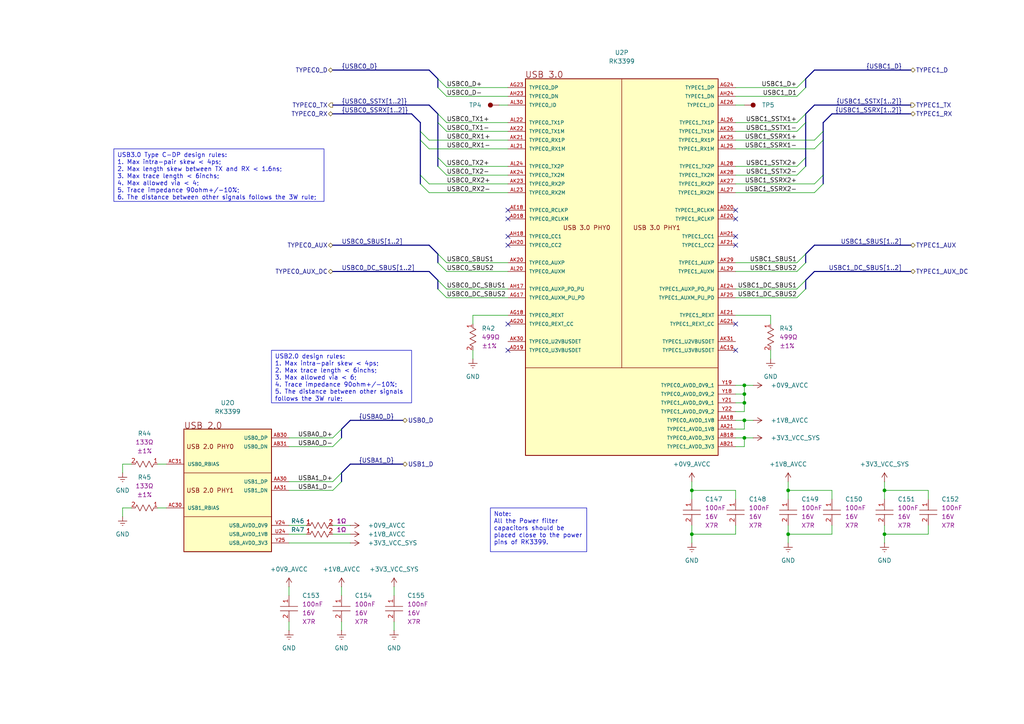
<source format=kicad_sch>
(kicad_sch (version 20250114) (generator "eeschema") (generator_version "9.0")
  (paper "A4")
  (title_block (title "CPU-RK3399 USB Controller") (date "2026-01-14") (rev "1.0.0") (company "TickLab") (comment 1 "VESA-SBC3399"))
  (lib_symbols
    (symbol "component_library:Capacitors/CL05B104KO5NNNC"
      (property "Reference" "C" (at 1.27 -1.27 0))
      (property "Capacitance" "100nF" (at 0 0 0))
      (property "Voltage - Rated" "16V" (at 0 0 0))
      (property "Temperature Coefficient" "X7R" (at 0 0 0))
      (symbol "Capacitors/CL05B104KO5NNNC_1_1"
        (pin passive line (at 0 0 270) (length 3.175) (name "") (number "1"))
        (pin passive line (at 0 -7.62 90) (length 3.175) (name "") (number "2"))
      )
    )
    (symbol "component_library:Mechanical/Test_Point" (pin_numbers (hide yes)) (pin_names (hide yes))
      (property "Reference" "TP" (at 0 4.445 0))
      (symbol "Mechanical/Test_Point_1_1"
        (pin passive line (at 0 0 90) (length 2.54) (name "TP") (number "TP"))
      )
    )
    (symbol "component_library:Resistors/0402WGF1330TCE"
      (property "Reference" "R" (at 1.27 2.54 0))
      (property "Resistance" "133Ω" (at 0 0 0))
      (property "Tolerance" "±1%" (at 0 0 0))
      (symbol "Resistors/0402WGF1330TCE_1_1"
        (pin passive line (at 0 0 0) (length 1.143) (name "") (number "1"))
        (pin passive line (at 7.62 0 180) (length 1.143) (name "") (number "2"))
      )
    )
    (symbol "component_library:Resistors/0402WGF4990TCE"
      (property "Reference" "R" (at 1.27 2.54 0))
      (property "Resistance" "499Ω" (at 0 0 0))
      (property "Tolerance" "±1%" (at 0 0 0))
      (symbol "Resistors/0402WGF4990TCE_1_1"
        (pin passive line (at 0 0 0) (length 1.143) (name "") (number "1"))
        (pin passive line (at 7.62 0 180) (length 1.143) (name "") (number "2"))
      )
    )
    (symbol "component_library:Resistors/0603WAF100KT5E"
      (property "Reference" "R" (at 1.27 2.54 0))
      (property "Resistance" "1Ω" (at 0 0 0))
      (property "Tolerance" "±1%" (at 0 0 0))
      (symbol "Resistors/0603WAF100KT5E_1_1"
        (pin passive line (at 0 0 0) (length 1.143) (name "") (number "1"))
        (pin passive line (at 7.62 0 180) (length 1.143) (name "") (number "2"))
      )
    )
    (symbol "component_library:System On Chip (SoC)/RK3399" (pin_names (offset 1.016))
      (property "Reference" "U" (at -22.86 119.38 0))
      (property "Value" "RK3399" (at -18.4683 -124.354 0))
      (symbol "System On Chip (SoC)/RK3399_1_0"
        (text "Internal Logic Ground and Digital IO Ground" (at -30.48 116.84 0) (effects (font (size 1.7823 1.7823)) (justify left bottom)))
        (pin power_in line (at -20.32 114.3 0) (length 5.08) (name "VSS_1") (number "A1"))
        (pin power_in line (at -20.32 111.76 0) (length 5.08) (name "VSS_2") (number "A27"))
        (pin power_in line (at -20.32 109.22 0) (length 5.08) (name "VSS_3") (number "A31"))
        (pin power_in line (at -20.32 106.68 0) (length 5.08) (name "VSS_4") (number "AA3"))
        (pin power_in line (at -20.32 104.14 0) (length 5.08) (name "VSS_5") (number "AA5"))
        (pin power_in line (at -20.32 101.6 0) (length 5.08) (name "VSS_6") (number "AA9"))
        (pin power_in line (at -20.32 99.06 0) (length 5.08) (name "VSS_7") (number "AF18"))
        (pin power_in line (at -20.32 96.52 0) (length 5.08) (name "VSS_8") (number "Y3"))
        (pin power_in line (at -20.32 93.98 0) (length 5.08) (name "VSS_9") (number "AB9"))
        (pin power_in line (at -20.32 91.44 0) (length 5.08) (name "VSS_10") (number "AF20"))
        (pin power_in line (at -20.32 88.9 0) (length 5.08) (name "VSS_11") (number "AD22"))
        (pin power_in line (at -20.32 86.36 0) (length 5.08) (name "VSS_12") (number "AC22"))
        (pin power_in line (at -20.32 83.82 0) (length 5.08) (name "VSS_13") (number "AC20"))
        (pin power_in line (at -20.32 81.28 0) (length 5.08) (name "VSS_14") (number "AE23"))
        (pin power_in line (at -20.32 78.74 0) (length 5.08) (name "VSS_15") (number "Y10"))
        (pin power_in line (at -20.32 76.2 0) (length 5.08) (name "VSS_16") (number "AC3"))
        (pin power_in line (at -20.32 73.66 0) (length 5.08) (name "VSS_17") (number "AD3"))
        (pin power_in line (at -20.32 71.12 0) (length 5.08) (name "VSS_18") (number "AD5"))
        (pin power_in line (at -20.32 68.58 0) (length 5.08) (name "VSS_19") (number "AD10"))
        (pin power_in line (at -20.32 66.04 0) (length 5.08) (name "VSS_20") (number "AF9"))
        (pin power_in line (at -20.32 63.5 0) (length 5.08) (name "VSS_21") (number "AG2"))
        (pin power_in line (at -20.32 60.96 0) (length 5.08) (name "VSS_22") (number "AJ5"))
        (pin power_in line (at -20.32 58.42 0) (length 5.08) (name "VSS_23") (number "AL1"))
        (pin power_in line (at -20.32 55.88 0) (length 5.08) (name "VSS_24") (number "B5"))
        (pin power_in line (at -20.32 53.34 0) (length 5.08) (name "VSS_25") (number "C8"))
        (pin power_in line (at -20.32 50.8 0) (length 5.08) (name "VSS_26") (number "C9"))
        (pin power_in line (at -20.32 48.26 0) (length 5.08) (name "VSS_27") (number "C11"))
        (pin power_in line (at -20.32 45.72 0) (length 5.08) (name "VSS_28") (number "C12"))
        (pin power_in line (at -20.32 43.18 0) (length 5.08) (name "VSS_29") (number "C14"))
        (pin power_in line (at -20.32 40.64 0) (length 5.08) (name "VSS_30") (number "C15"))
        (pin power_in line (at -20.32 38.1 0) (length 5.08) (name "VSS_31") (number "C17"))
        (pin power_in line (at -20.32 35.56 0) (length 5.08) (name "VSS_32") (number "C18"))
        (pin power_in line (at -20.32 33.02 0) (length 5.08) (name "VSS_33") (number "C20"))
        (pin power_in line (at -20.32 30.48 0) (length 5.08) (name "VSS_34") (number "C21"))
        (pin power_in line (at -20.32 27.94 0) (length 5.08) (name "VSS_35") (number "C23"))
        (pin power_in line (at -20.32 25.4 0) (length 5.08) (name "VSS_36") (number "C24"))
        (pin power_in line (at -20.32 22.86 0) (length 5.08) (name "VSS_37") (number "C26"))
        (pin power_in line (at -20.32 20.32 0) (length 5.08) (name "VSS_38") (number "D5"))
        (pin power_in line (at -20.32 17.78 0) (length 5.08) (name "VSS_39") (number "E2"))
        (pin power_in line (at -20.32 15.24 0) (length 5.08) (name "VSS_40") (number "E4"))
        (pin power_in line (at -20.32 12.7 0) (length 5.08) (name "VSS_41") (number "E7"))
        (pin power_in line (at -20.32 10.16 0) (length 5.08) (name "VSS_42") (number "E12"))
        (pin power_in line (at -20.32 7.62 0) (length 5.08) (name "VSS_43") (number "E15"))
        (pin power_in line (at -20.32 5.08 0) (length 5.08) (name "VSS_44") (number "E18"))
        (pin power_in line (at -20.32 2.54 0) (length 5.08) (name "VSS_45") (number "E21"))
        (pin power_in line (at -20.32 0 0) (length 5.08) (name "VSS_46") (number "E24"))
        (pin power_in line (at -20.32 -2.54 0) (length 5.08) (name "VSS_47") (number "E31"))
        (pin power_in line (at -20.32 -5.08 0) (length 5.08) (name "VSS_48") (number "F8"))
        (pin power_in line (at -20.32 -7.62 0) (length 5.08) (name "VSS_49") (number "F15"))
        (pin power_in line (at -20.32 -10.16 0) (length 5.08) (name "VSS_50") (number "F18"))
        (pin power_in line (at -20.32 -12.7 0) (length 5.08) (name "VSS_51") (number "F20"))
        (pin power_in line (at -20.32 -15.24 0) (length 5.08) (name "VSS_52") (number "F21"))
        (pin power_in line (at -20.32 -17.78 0) (length 5.08) (name "VSS_53") (number "G5"))
        (pin power_in line (at -20.32 -20.32 0) (length 5.08) (name "VSS_54") (number "G9"))
        (pin power_in line (at -20.32 -22.86 0) (length 5.08) (name "VSS_55") (number "G18"))
        (pin power_in line (at -20.32 -25.4 0) (length 5.08) (name "VSS_56") (number "G27"))
        (pin power_in line (at -20.32 -27.94 0) (length 5.08) (name "VSS_57") (number "H3"))
        (pin power_in line (at -20.32 -30.48 0) (length 5.08) (name "VSS_58") (number "H9"))
        (pin power_in line (at -20.32 -33.02 0) (length 5.08) (name "VSS_59") (number "H10"))
        (pin power_in line (at -20.32 -35.56 0) (length 5.08) (name "VSS_60") (number "H11"))
        (pin power_in line (at -20.32 -38.1 0) (length 5.08) (name "VSS_61") (number "H12"))
        (pin power_in line (at -20.32 -40.64 0) (length 5.08) (name "VSS_62") (number "H13"))
        (pin power_in line (at -20.32 -43.18 0) (length 5.08) (name "VSS_63") (number "H15"))
        (pin power_in line (at -20.32 -45.72 0) (length 5.08) (name "VSS_64") (number "H16"))
        (pin power_in line (at -20.32 -48.26 0) (length 5.08) (name "VSS_65") (number "H17"))
        (pin power_in line (at -20.32 -50.8 0) (length 5.08) (name "VSS_66") (number "H18"))
        (pin power_in line (at -20.32 -53.34 0) (length 5.08) (name "VSS_67") (number "H26"))
        (pin power_in line (at -20.32 -55.88 0) (length 5.08) (name "VSS_68") (number "J3"))
        (pin power_in line (at -20.32 -58.42 0) (length 5.08) (name "VSS_69") (number "J6"))
        (pin power_in line (at -20.32 -60.96 0) (length 5.08) (name "VSS_70") (number "J7"))
        (pin power_in line (at -20.32 -63.5 0) (length 5.08) (name "VSS_71") (number "J8"))
        (pin power_in line (at -20.32 -66.04 0) (length 5.08) (name "VSS_72") (number "J9"))
        (pin power_in line (at -20.32 -68.58 0) (length 5.08) (name "VSS_73") (number "J10"))
        (pin power_in line (at -20.32 -71.12 0) (length 5.08) (name "VSS_74") (number "K8"))
        (pin power_in line (at -20.32 -73.66 0) (length 5.08) (name "VSS_75") (number "K9"))
        (pin power_in line (at -20.32 -76.2 0) (length 5.08) (name "VSS_76") (number "K10"))
        (pin power_in line (at -20.32 -78.74 0) (length 5.08) (name "VSS_77") (number "K12"))
        (pin power_in line (at -20.32 -81.28 0) (length 5.08) (name "VSS_78") (number "K14"))
        (pin power_in line (at -20.32 -83.82 0) (length 5.08) (name "VSS_79") (number "K16"))
        (pin power_in line (at -20.32 -86.36 0) (length 5.08) (name "VSS_80") (number "K18"))
        (pin power_in line (at -20.32 -88.9 0) (length 5.08) (name "VSS_81") (number "W21"))
        (pin power_in line (at -20.32 -91.44 0) (length 5.08) (name "VSS_82") (number "K20"))
        (pin power_in line (at -20.32 -93.98 0) (length 5.08) (name "VSS_83") (number "N19"))
        (pin power_in line (at -20.32 -96.52 0) (length 5.08) (name "VSS_84") (number "K22"))
        (pin power_in line (at -20.32 -99.06 0) (length 5.08) (name "VSS_85") (number "L3"))
        (pin power_in line (at -20.32 -101.6 0) (length 5.08) (name "VSS_86") (number "L6"))
        (pin power_in line (at -20.32 -104.14 0) (length 5.08) (name "VSS_87") (number "L8"))
        (pin power_in line (at -20.32 -106.68 0) (length 5.08) (name "VSS_88") (number "L11"))
        (pin power_in line (at -20.32 -109.22 0) (length 5.08) (name "VSS_89") (number "L12"))
        (pin power_in line (at -20.32 -111.76 0) (length 5.08) (name "VSS_90") (number "L13"))
        (pin power_in line (at 20.32 114.3 180) (length 5.08) (name "VSS_91") (number "L14"))
        (pin power_in line (at 20.32 111.76 180) (length 5.08) (name "VSS_92") (number "L15"))
        (pin power_in line (at 20.32 109.22 180) (length 5.08) (name "VSS_93") (number "L16"))
        (pin power_in line (at 20.32 106.68 180) (length 5.08) (name "VSS_94") (number "N17"))
        (pin power_in line (at 20.32 104.14 180) (length 5.08) (name "VSS_95") (number "Y17"))
        (pin power_in line (at 20.32 101.6 180) (length 5.08) (name "VSS_96") (number "L20"))
        (pin power_in line (at 20.32 99.06 180) (length 5.08) (name "VSS_97") (number "L22"))
        (pin power_in line (at 20.32 96.52 180) (length 5.08) (name "VSS_98") (number "N21"))
        (pin power_in line (at 20.32 93.98 180) (length 5.08) (name "VSS_99") (number "L27"))
        (pin power_in line (at 20.32 91.44 180) (length 5.08) (name "VSS_100") (number "M3"))
        (pin power_in line (at 20.32 88.9 180) (length 5.08) (name "VSS_101") (number "M8"))
        (pin power_in line (at 20.32 86.36 180) (length 5.08) (name "VSS_102") (number "M10"))
        (pin power_in line (at 20.32 83.82 180) (length 5.08) (name "VSS_103") (number "M16"))
        (pin power_in line (at 20.32 81.28 180) (length 5.08) (name "VSS_104") (number "M23"))
        (pin power_in line (at 20.32 78.74 180) (length 5.08) (name "VSS_105") (number "N8"))
        (pin power_in line (at 20.32 76.2 180) (length 5.08) (name "VSS_106") (number "P11"))
        (pin power_in line (at 20.32 73.66 180) (length 5.08) (name "VSS_107") (number "P12"))
        (pin power_in line (at 20.32 71.12 180) (length 5.08) (name "VSS_108") (number "N13"))
        (pin power_in line (at 20.32 68.58 180) (length 5.08) (name "VSS_109") (number "N14"))
        (pin power_in line (at 20.32 66.04 180) (length 5.08) (name "VSS_110") (number "N15"))
        (pin power_in line (at 20.32 63.5 180) (length 5.08) (name "VSS_111") (number "N16"))
        (pin power_in line (at 20.32 60.96 180) (length 5.08) (name "VSS_112") (number "P3"))
        (pin power_in line (at 20.32 58.42 180) (length 5.08) (name "VSS_113") (number "P6"))
        (pin power_in line (at 20.32 55.88 180) (length 5.08) (name "VSS_114") (number "P7"))
        (pin power_in line (at 20.32 53.34 180) (length 5.08) (name "VSS_115") (number "P8"))
        (pin power_in line (at 20.32 50.8 180) (length 5.08) (name "VSS_116") (number "P10"))
        (pin power_in line (at 20.32 48.26 180) (length 5.08) (name "VSS_117") (number "P16"))
        (pin power_in line (at 20.32 45.72 180) (length 5.08) (name "VSS_118") (number "Y16"))
        (pin power_in line (at 20.32 43.18 180) (length 5.08) (name "VSS_119") (number "P19"))
        (pin power_in line (at 20.32 40.64 180) (length 5.08) (name "VSS_120") (number "R21"))
        (pin power_in line (at 20.32 38.1 180) (length 5.08) (name "VSS_121") (number "P21"))
        (pin power_in line (at 20.32 35.56 180) (length 5.08) (name "VSS_122") (number "T19"))
        (pin power_in line (at 20.32 33.02 180) (length 5.08) (name "VSS_123") (number "R3"))
        (pin power_in line (at 20.32 30.48 180) (length 5.08) (name "VSS_124") (number "R5"))
        (pin power_in line (at 20.32 27.94 180) (length 5.08) (name "VSS_125") (number "R6"))
        (pin power_in line (at 20.32 25.4 180) (length 5.08) (name "VSS_126") (number "U11"))
        (pin power_in line (at 20.32 22.86 180) (length 5.08) (name "VSS_127") (number "U12"))
        (pin power_in line (at 20.32 20.32 180) (length 5.08) (name "VSS_128") (number "W13"))
        (pin power_in line (at 20.32 17.78 180) (length 5.08) (name "VSS_129") (number "R14"))
        (pin power_in line (at 20.32 15.24 180) (length 5.08) (name "VSS_130") (number "R15"))
        (pin power_in line (at 20.32 12.7 180) (length 5.08) (name "VSS_131") (number "R16"))
        (pin power_in line (at 20.32 10.16 180) (length 5.08) (name "VSS_132") (number "AC21"))
        (pin power_in line (at 20.32 7.62 180) (length 5.08) (name "VSS_133") (number "R23"))
        (pin power_in line (at 20.32 5.08 180) (length 5.08) (name "VSS_134") (number "T8"))
        (pin power_in line (at 20.32 2.54 180) (length 5.08) (name "VSS_135") (number "T10"))
        (pin power_in line (at 20.32 0 180) (length 5.08) (name "VSS_136") (number "Y12"))
        (pin power_in line (at 20.32 -2.54 180) (length 5.08) (name "VSS_137") (number "U14"))
        (pin power_in line (at 20.32 -5.08 180) (length 5.08) (name "VSS_138") (number "T16"))
        (pin power_in line (at 20.32 -7.62 180) (length 5.08) (name "VSS_139") (number "T21"))
        (pin power_in line (at 20.32 -10.16 180) (length 5.08) (name "VSS_140") (number "AB19"))
        (pin power_in line (at 20.32 -12.7 180) (length 5.08) (name "VSS_141") (number "U3"))
        (pin power_in line (at 20.32 -15.24 180) (length 5.08) (name "VSS_142") (number "U8"))
        (pin power_in line (at 20.32 -17.78 180) (length 5.08) (name "VSS_143") (number "U15"))
        (pin power_in line (at 20.32 -20.32 180) (length 5.08) (name "VSS_144") (number "U16"))
        (pin power_in line (at 20.32 -22.86 180) (length 5.08) (name "VSS_145") (number "AC18"))
        (pin power_in line (at 20.32 -25.4 180) (length 5.08) (name "VSS_146") (number "U19"))
        (pin power_in line (at 20.32 -27.94 180) (length 5.08) (name "VSS_147") (number "U21"))
        (pin power_in line (at 20.32 -30.48 180) (length 5.08) (name "VSS_148") (number "V17"))
        (pin power_in line (at 20.32 -33.02 180) (length 5.08) (name "VSS_149") (number "U22"))
        (pin power_in line (at 20.32 -35.56 180) (length 5.08) (name "VSS_150") (number "U29"))
        (pin power_in line (at 20.32 -38.1 180) (length 5.08) (name "VSS_151") (number "V3"))
        (pin power_in line (at 20.32 -40.64 180) (length 5.08) (name "VSS_152") (number "V5"))
        (pin power_in line (at 20.32 -43.18 180) (length 5.08) (name "VSS_153") (number "V8"))
        (pin power_in line (at 20.32 -45.72 180) (length 5.08) (name "VSS_154") (number "V10"))
        (pin power_in line (at 20.32 -48.26 180) (length 5.08) (name "VSS_155") (number "Y11"))
        (pin power_in line (at 20.32 -50.8 180) (length 5.08) (name "VSS_156") (number "Y14"))
        (pin power_in line (at 20.32 -53.34 180) (length 5.08) (name "VSS_157") (number "Y15"))
        (pin power_in line (at 20.32 -55.88 180) (length 5.08) (name "VSS_158") (number "W22"))
        (pin power_in line (at 20.32 -58.42 180) (length 5.08) (name "VSS_159") (number "W17"))
        (pin power_in line (at 20.32 -60.96 180) (length 5.08) (name "VSS_160") (number "W30"))
        (pin power_in line (at 20.32 -63.5 180) (length 5.08) (name "VSS_161") (number "W8"))
        (pin power_in line (at 20.32 -66.04 180) (length 5.08) (name "VSS_162") (number "W9"))
        (pin power_in line (at 20.32 -68.58 180) (length 5.08) (name "VSS_163") (number "AD21"))
        (pin power_in line (at 20.32 -71.12 180) (length 5.08) (name "VSS_164") (number "Y13"))
        (pin power_in line (at 20.32 -73.66 180) (length 5.08) (name "VSS_165") (number "R18"))
        (pin power_in line (at 20.32 -76.2 180) (length 5.08) (name "VSS_166") (number "Y9"))
        (pin power_in line (at 20.32 -78.74 180) (length 5.08) (name "VSS_167") (number "W19"))
        (pin power_in line (at 20.32 -81.28 180) (length 5.08) (name "VSS_168") (number "T18"))
        (pin power_in line (at 20.32 -83.82 180) (length 5.08) (name "VSS_169") (number "W18"))
        (pin power_in line (at 20.32 -86.36 180) (length 5.08) (name "VSS_170") (number "Y20"))
        (pin power_in line (at 20.32 -88.9 180) (length 5.08) (name "VSS_171") (number "AJ28"))
        (pin power_in line (at 20.32 -91.44 180) (length 5.08) (name "VSS_172") (number "AJ21"))
        (pin power_in line (at 20.32 -93.98 180) (length 5.08) (name "VSS_173") (number "AJ23"))
        (pin power_in line (at 20.32 -96.52 180) (length 5.08) (name "VSS_174") (number "AJ24"))
        (pin power_in line (at 20.32 -99.06 180) (length 5.08) (name "VSS_175") (number "AJ26"))
        (pin power_in line (at 20.32 -101.6 180) (length 5.08) (name "VSS_176") (number "AJ27"))
        (pin power_in line (at 20.32 -104.14 180) (length 5.08) (name "VSS_177") (number "AA13"))
        (pin power_in line (at 20.32 -106.68 180) (length 5.08) (name "VSS_178") (number "AL31"))
        (pin power_in line (at 20.32 -109.22 180) (length 5.08) (name "VSS_179") (number "AA10"))
        (pin power_in line (at 20.32 -111.76 180) (length 5.08) (name "VSS_180") (number "AJ20"))
      )
      (symbol "System On Chip (SoC)/RK3399_2_0"
        (text "Analog Ground" (at -15.3236 48.4013 0) (effects (font (size 1.784 1.784)) (justify left bottom)))
        (pin power_in line (at -20.32 43.18 0) (length 5.08) (name "AVSS_1") (number "Y23"))
        (pin power_in line (at -20.32 40.64 0) (length 5.08) (name "AVSS_2") (number "AF23"))
        (pin power_in line (at -20.32 38.1 0) (length 5.08) (name "AVSS_3") (number "AF24"))
        (pin power_in line (at -20.32 35.56 0) (length 5.08) (name "AVSS_4") (number "AA23"))
        (pin power_in line (at -20.32 33.02 0) (length 5.08) (name "AVSS_5") (number "AB23"))
        (pin power_in line (at -20.32 30.48 0) (length 5.08) (name "AVSS_6") (number "AA26"))
        (pin power_in line (at -20.32 27.94 0) (length 5.08) (name "AVSS_7") (number "AA29"))
        (pin power_in line (at -20.32 25.4 0) (length 5.08) (name "AVSS_8") (number "AB11"))
        (pin power_in line (at -20.32 22.86 0) (length 5.08) (name "AVSS_9") (number "AB13"))
        (pin power_in line (at -20.32 20.32 0) (length 5.08) (name "AVSS_10") (number "AC15"))
        (pin power_in line (at -20.32 17.78 0) (length 5.08) (name "AVSS_11") (number "AD13"))
        (pin power_in line (at -20.32 15.24 0) (length 5.08) (name "AVSS_12") (number "AB10"))
        (pin power_in line (at -20.32 12.7 0) (length 5.08) (name "AVSS_13") (number "AA11"))
        (pin power_in line (at -20.32 10.16 0) (length 5.08) (name "AVSS_14") (number "AC26"))
        (pin power_in line (at -20.32 7.62 0) (length 5.08) (name "AVSS_15") (number "AC29"))
        (pin power_in line (at -20.32 5.08 0) (length 5.08) (name "AVSS_16") (number "AD17"))
        (pin power_in line (at -20.32 2.54 0) (length 5.08) (name "AVSS_17") (number "AA12"))
        (pin power_in line (at -20.32 0 0) (length 5.08) (name "AVSS_18") (number "AC16"))
        (pin power_in line (at -20.32 -2.54 0) (length 5.08) (name "AVSS_19") (number "AC23"))
        (pin power_in line (at -20.32 -5.08 0) (length 5.08) (name "AVSS_20") (number "AD29"))
        (pin power_in line (at -20.32 -7.62 0) (length 5.08) (name "AVSS_21") (number "AE11"))
        (pin power_in line (at -20.32 -10.16 0) (length 5.08) (name "AVSS_22") (number "AE12"))
        (pin power_in line (at -20.32 -12.7 0) (length 5.08) (name "AVSS_23") (number "AE14"))
        (pin power_in line (at -20.32 -15.24 0) (length 5.08) (name "AVSS_24") (number "AE17"))
        (pin power_in line (at -20.32 -17.78 0) (length 5.08) (name "AVSS_25") (number "AE27"))
        (pin power_in line (at -20.32 -20.32 0) (length 5.08) (name "AVSS_26") (number "AA14"))
        (pin power_in line (at -20.32 -22.86 0) (length 5.08) (name "AVSS_27") (number "AF17"))
        (pin power_in line (at -20.32 -25.4 0) (length 5.08) (name "AVSS_28") (number "AF29"))
        (pin power_in line (at -20.32 -27.94 0) (length 5.08) (name "AVSS_29") (number "AG29"))
        (pin power_in line (at -20.32 -30.48 0) (length 5.08) (name "AVSS_30") (number "AH29"))
        (pin power_in line (at -20.32 -33.02 0) (length 5.08) (name "AVSS_31") (number "AJ6"))
        (pin power_in line (at -20.32 -35.56 0) (length 5.08) (name "AVSS_32") (number "AJ8"))
        (pin power_in line (at -20.32 -38.1 0) (length 5.08) (name "AVSS_33") (number "AJ9"))
        (pin power_in line (at -20.32 -40.64 0) (length 5.08) (name "AVSS_34") (number "AJ11"))
        (pin power_in line (at -20.32 -43.18 0) (length 5.08) (name "AVSS_35") (number "AJ12"))
        (pin power_in line (at 20.32 43.18 180) (length 5.08) (name "AVSS_36") (number "AJ14"))
        (pin power_in line (at 20.32 40.64 180) (length 5.08) (name "AVSS_37") (number "AJ15"))
        (pin power_in line (at 20.32 38.1 180) (length 5.08) (name "AVSS_38") (number "AJ17"))
        (pin power_in line (at 20.32 35.56 180) (length 5.08) (name "AVSS_39") (number "AJ18"))
        (pin power_in line (at 20.32 33.02 180) (length 5.08) (name "AVSS_40") (number "AD26"))
        (pin power_in line (at 20.32 30.48 180) (length 5.08) (name "AVSS_41") (number "AB16"))
        (pin power_in line (at 20.32 27.94 180) (length 5.08) (name "AVSS_42") (number "AB15"))
        (pin power_in line (at 20.32 25.4 180) (length 5.08) (name "AVSS_43") (number "AC17"))
        (pin power_in line (at 20.32 22.86 180) (length 5.08) (name "AVSS_44") (number "AC11"))
        (pin power_in line (at 20.32 20.32 180) (length 5.08) (name "AVSS_45") (number "AC13"))
        (pin power_in line (at 20.32 17.78 180) (length 5.08) (name "AVSS_46") (number "W23"))
        (pin power_in line (at 20.32 15.24 180) (length 5.08) (name "AVSS_47") (number "AJ29"))
        (pin power_in line (at 20.32 12.7 180) (length 5.08) (name "AVSS_48") (number "Y29"))
        (pin power_in line (at 20.32 10.16 180) (length 5.08) (name "AVSS_49") (number "U23"))
        (pin power_in line (at 20.32 7.62 180) (length 5.08) (name "AVSS_50") (number "V23"))
        (pin power_in line (at 20.32 5.08 180) (length 5.08) (name "AVSS_51") (number "AC25"))
        (pin power_in line (at 20.32 2.54 180) (length 5.08) (name "AVSS_52") (number "AB17"))
        (pin power_in line (at 20.32 0 180) (length 5.08) (name "AVSS_53") (number "AA15"))
        (pin power_in line (at 20.32 -7.62 180) (length 5.08) (name "EDP_AVSS_1") (number "B31"))
        (pin power_in line (at 20.32 -10.16 180) (length 5.08) (name "EDP_AVSS_2") (number "C28"))
        (pin power_in line (at 20.32 -12.7 180) (length 5.08) (name "EDP_AVSS_3") (number "C29"))
        (pin power_in line (at 20.32 -15.24 180) (length 5.08) (name "EDP_AVSS_4") (number "D29"))
        (pin power_in line (at 20.32 -17.78 180) (length 5.08) (name "EDP_AVSS_5") (number "H19"))
        (pin power_in line (at 20.32 -20.32 180) (length 5.08) (name "EDP_AVSS_6") (number "J21"))
        (pin power_in line (at 20.32 -30.48 180) (length 5.08) (name "PLL_AVSS") (number "P17"))
      )
      (symbol "System On Chip (SoC)/RK3399_3_0"
        (text "Internal Center Logic Power" (at -17.78 7.62 0) (effects (font (size 1.7808 1.7808)) (justify left bottom)))
        (pin power_in line (at -25.4 5.08 0) (length 5.08) (name "CENTERLOGIC_VDD_1") (number "M11"))
        (pin power_in line (at -25.4 2.54 0) (length 5.08) (name "CENTERLOGIC_VDD_2") (number "M12"))
        (pin power_in line (at -25.4 0 0) (length 5.08) (name "CENTERLOGIC_VDD_3") (number "M13"))
        (pin power_in line (at -25.4 -2.54 0) (length 5.08) (name "CENTERLOGIC_VDD_4") (number "M14"))
        (pin power_in line (at -25.4 -5.08 0) (length 5.08) (name "CENTERLOGIC_VDD_5") (number "M15"))
        (pin power_in line (at 25.4 5.08 180) (length 5.08) (name "CENTERLOGIC_VDD_6") (number "N11"))
        (pin power_in line (at 25.4 2.54 180) (length 5.08) (name "CENTERLOGIC_VDD_7") (number "N12"))
        (pin power_in line (at 25.4 0 180) (length 5.08) (name "CENTERLOGIC_VDD_8") (number "P13"))
        (pin power_in line (at 25.4 -2.54 180) (length 5.08) (name "CENTERLOGIC_VDD_9") (number "P14"))
        (pin power_in line (at 25.4 -5.08 180) (length 5.08) (name "CENTERLOGIC_VDD_10") (number "P15"))
      )
      (symbol "System On Chip (SoC)/RK3399_4_0"
        (text "Internal GPU Power" (at -15.3324 15.3417 0) (effects (font (size 1.7843 1.7843)) (justify left bottom)))
        (pin power_in line (at -20.32 12.7 0) (length 5.08) (name "GPU_VDD_1") (number "W11"))
        (pin power_in line (at -20.32 10.16 0) (length 5.08) (name "GPU_VDD_2") (number "W12"))
        (pin power_in line (at -20.32 7.62 0) (length 5.08) (name "GPU_VDD_3") (number "W14"))
        (pin power_in line (at -20.32 5.08 0) (length 5.08) (name "GPU_VDD_4") (number "V15"))
        (pin power_in line (at -20.32 2.54 0) (length 5.08) (name "GPU_VDD_5") (number "V14"))
        (pin power_in line (at -20.32 0 0) (length 5.08) (name "GPU_VDD_6") (number "V13"))
        (pin power_in line (at -20.32 -2.54 0) (length 5.08) (name "GPU_VDD_7") (number "U13"))
        (pin power_in line (at -20.32 -5.08 0) (length 5.08) (name "GPU_VDD_8") (number "R11"))
        (pin power_in line (at -20.32 -7.62 0) (length 5.08) (name "GPU_VDD_9") (number "R12"))
        (pin power_in line (at -20.32 -10.16 0) (length 5.08) (name "GPU_VDD_10") (number "T11"))
        (pin power_in line (at 20.32 12.7 180) (length 5.08) (name "GPU_VDD_11") (number "T12"))
        (pin power_in line (at 20.32 10.16 180) (length 5.08) (name "GPU_VDD_12") (number "T13"))
        (pin power_in line (at 20.32 7.62 180) (length 5.08) (name "GPU_VDD_13") (number "R13"))
        (pin power_in line (at 20.32 5.08 180) (length 5.08) (name "GPU_VDD_14") (number "T14"))
        (pin power_in line (at 20.32 2.54 180) (length 5.08) (name "GPU_VDD_15") (number "V11"))
        (pin power_in line (at 20.32 0 180) (length 5.08) (name "GPU_VDD_16") (number "V12"))
        (pin power_in line (at 20.32 -2.54 180) (length 5.08) (name "GPU_VDD_17") (number "V16"))
        (pin power_in line (at 20.32 -5.08 180) (length 5.08) (name "GPU_VDD_18") (number "W16"))
        (pin power_in line (at 20.32 -7.62 180) (length 5.08) (name "GPU_VDD_19") (number "W15"))
        (pin power_in line (at 20.32 -10.16 180) (length 5.08) (name "GPU_VDD_20") (number "W10"))
        (pin power_out line (at 20.32 -12.7 180) (length 5.08) (name "GPU_VDD_COM") (number "T15"))
      )
      (symbol "System On Chip (SoC)/RK3399_5_0"
        (text "Internal BIG CPU A72 Power" (at -17.78 10.16 0) (effects (font (size 1.7837 1.7837)) (justify left bottom)))
        (pin power_in line (at -20.32 7.62 0) (length 5.08) (name "BIGCPU_VDD_1") (number "L19"))
        (pin power_in line (at -20.32 5.08 0) (length 5.08) (name "BIGCPU_VDD_2") (number "L21"))
        (pin power_in line (at -20.32 2.54 0) (length 5.08) (name "BIGCPU_VDD_3") (number "M18"))
        (pin power_in line (at -20.32 0 0) (length 5.08) (name "BIGCPU_VDD_4") (number "M19"))
        (pin power_in line (at -20.32 -2.54 0) (length 5.08) (name "BIGCPU_VDD_5") (number "M20"))
        (pin power_in line (at -20.32 -5.08 0) (length 5.08) (name "BIGCPU_VDD_6") (number "M21"))
        (pin power_in line (at -20.32 -7.62 0) (length 5.08) (name "BIGCPU_VDD_7") (number "M22"))
        (pin power_in line (at 20.32 7.62 180) (length 5.08) (name "BIGCPU_VDD_8") (number "L18"))
        (pin power_in line (at 20.32 5.08 180) (length 5.08) (name "BIGCPU_VDD_9") (number "N22"))
        (pin power_in line (at 20.32 2.54 180) (length 5.08) (name "BIGCPU_VDD_10") (number "N20"))
        (pin power_in line (at 20.32 0 180) (length 5.08) (name "BIGCPU_VDD_11") (number "L23"))
        (pin power_in line (at 20.32 -2.54 180) (length 5.08) (name "BIGCPU_VDD_12") (number "K19"))
        (pin power_in line (at 20.32 -5.08 180) (length 5.08) (name "BIGCPU_VDD_13") (number "K21"))
        (pin power_out line (at 20.32 -7.62 180) (length 5.08) (name "BIGCPU_VDD_COM") (number "N18"))
      )
      (symbol "System On Chip (SoC)/RK3399_6_0"
        (text "Internal Logic Power" (at -15.24 10.16 0) (effects (font (size 1.7838 1.7838)) (justify left bottom)))
        (pin power_in line (at -20.32 7.62 0) (length 5.08) (name "LOGIC_VDD_1") (number "V22"))
        (pin power_in line (at -20.32 5.08 0) (length 5.08) (name "LOGIC_VDD_2") (number "V21"))
        (pin power_in line (at -20.32 2.54 0) (length 5.08) (name "LOGIC_VDD_3") (number "V20"))
        (pin power_in line (at -20.32 0 0) (length 5.08) (name "LOGIC_VDD_4") (number "V19"))
        (pin power_in line (at -20.32 -2.54 0) (length 5.08) (name "LOGIC_VDD_5") (number "V18"))
        (pin power_in line (at -20.32 -5.08 0) (length 5.08) (name "LOGIC_VDD_6") (number "W20"))
        (pin power_in line (at 20.32 7.62 180) (length 5.08) (name "LOGIC_VDD_7") (number "U18"))
        (pin power_in line (at 20.32 5.08 180) (length 5.08) (name "LOGIC_VDD_8") (number "U17"))
        (pin power_in line (at 20.32 2.54 180) (length 5.08) (name "LOGIC_VDD_9") (number "M17"))
        (pin power_in line (at 20.32 0 180) (length 5.08) (name "LOGIC_VDD_10") (number "L17"))
        (pin power_in line (at 20.32 -2.54 180) (length 5.08) (name "LOGIC_VDD_11") (number "T17"))
        (pin power_in line (at 20.32 -5.08 180) (length 5.08) (name "LOGIC_VDD_12") (number "U20"))
      )
      (symbol "System On Chip (SoC)/RK3399_7_0"
        (text "Internal LITTLE CPU A53 Power" (at -20.4095 5.1351 0) (effects (font (size 1.7835 1.7835)) (justify left bottom)))
        (pin power_in line (at -20.32 2.54 0) (length 5.08) (name "LITCPU_VDD_1") (number "P20"))
        (pin power_in line (at -20.32 0 0) (length 5.08) (name "LITCPU_VDD_2") (number "R19"))
        (pin power_in line (at -20.32 -2.54 0) (length 5.08) (name "LITCPU_VDD_3") (number "R20"))
        (pin power_in line (at -20.32 -5.08 0) (length 5.08) (name "LITCPU_VDD_4") (number "P22"))
        (pin power_in line (at 20.32 2.54 180) (length 5.08) (name "LITCPU_VDD_5") (number "T22"))
        (pin power_in line (at 20.32 0 180) (length 5.08) (name "LITCPU_VDD_6") (number "T20"))
        (pin power_in line (at 20.32 -2.54 180) (length 5.08) (name "LITCPU_VDD_7") (number "R22"))
      )
      (symbol "System On Chip (SoC)/RK3399_8_0"
        (text "PCIe differential data I/O signals" (at -20.4082 22.9382 0) (effects (font (size 1.7834 1.7834)) (justify left bottom)))
        (pin input line (at -25.4 20.32 0) (length 5.08) (name "PCIE_RX0_P") (number "AF30"))
        (pin input line (at -25.4 17.78 0) (length 5.08) (name "PCIE_RX0_N") (number "AF31"))
        (pin input line (at -25.4 12.7 0) (length 5.08) (name "PCIE_RX1_P") (number "AH30"))
        (pin input line (at -25.4 10.16 0) (length 5.08) (name "PCIE_RX1_N") (number "AH31"))
        (pin input line (at -25.4 5.08 0) (length 5.08) (name "PCIE_RX2_P") (number "AC27"))
        (pin input line (at -25.4 2.54 0) (length 5.08) (name "PCIE_RX2_N") (number "AC28"))
        (pin input line (at -25.4 -2.54 0) (length 5.08) (name "PCIE_RX3_P") (number "AF27"))
        (pin input line (at -25.4 -5.08 0) (length 5.08) (name "PCIE_RX3_N") (number "AF28"))
        (pin input clock (at -25.4 -10.16 0) (length 5.08) (name "GPIO4_D0/PCIE_CLKREQNB") (number "AE6"))
        (pin output line (at 25.4 20.32 180) (length 5.08) (name "PCIE_TX0_P") (number "AE30"))
        (pin output line (at 25.4 17.78 180) (length 5.08) (name "PCIE_TX0_N") (number "AE31"))
        (pin output line (at 25.4 12.7 180) (length 5.08) (name "PCIE_TX1_P") (number "AG30"))
        (pin output line (at 25.4 10.16 180) (length 5.08) (name "PCIE_TX1_N") (number "AG31"))
        (pin output line (at 25.4 5.08 180) (length 5.08) (name "PCIE_TX2_P") (number "AA27"))
        (pin output line (at 25.4 2.54 180) (length 5.08) (name "PCIE_TX2_N") (number "AA28"))
        (pin output line (at 25.4 -2.54 180) (length 5.08) (name "PCIE_TX3_P") (number "AD27"))
        (pin output line (at 25.4 -5.08 180) (length 5.08) (name "PCIE_TX3_N") (number "AD28"))
        (pin output line (at 25.4 -10.16 180) (length 5.08) (name "PCIE_RCLK_100M_P") (number "AD31"))
        (pin output line (at 25.4 -12.7 180) (length 5.08) (name "PCIE_RCLK_100M_N") (number "AD30"))
        (pin power_in line (at 25.4 -17.78 180) (length 5.08) (name "PCIE_AVDD_0V9") (number "W24"))
        (pin power_in line (at 25.4 -20.32 180) (length 5.08) (name "PCIE_AVDD_1V8") (number "Y24"))
      )
      (symbol "System On Chip (SoC)/RK3399_9_0"
        (text "DDRC0" (at -20.4006 73.8062 0) (effects (font (size 1.7827 1.7827)) (justify left bottom)))
        (pin bidirectional line (at -25.4 71.12 0) (length 5.08) (name "DDR0_DQ0") (number "AB2"))
        (pin bidirectional line (at -25.4 68.58 0) (length 5.08) (name "DDR0_DQ1") (number "AB1"))
        (pin bidirectional line (at -25.4 66.04 0) (length 5.08) (name "DDR0_DQ2") (number "AA2"))
        (pin bidirectional line (at -25.4 63.5 0) (length 5.08) (name "DDR0_DQ3") (number "AA1"))
        (pin bidirectional line (at -25.4 60.96 0) (length 5.08) (name "DDR0_DQ4") (number "Y2"))
        (pin bidirectional line (at -25.4 58.42 0) (length 5.08) (name "DDR0_DQ5") (number "Y1"))
        (pin bidirectional line (at -25.4 55.88 0) (length 5.08) (name "DDR0_DQ6") (number "W1"))
        (pin bidirectional line (at -25.4 53.34 0) (length 5.08) (name "DDR0_DQ7") (number "W2"))
        (pin bidirectional line (at -25.4 50.8 0) (length 5.08) (name "DDR0_DQ8") (number "AF2"))
        (pin bidirectional line (at -25.4 48.26 0) (length 5.08) (name "DDR0_DQ9") (number "AE2"))
        (pin bidirectional line (at -25.4 45.72 0) (length 5.08) (name "DDR0_DQ10") (number "AF1"))
        (pin bidirectional line (at -25.4 43.18 0) (length 5.08) (name "DDR0_DQ11") (number "AD2"))
        (pin bidirectional line (at -25.4 40.64 0) (length 5.08) (name "DDR0_DQ12") (number "AE1"))
        (pin bidirectional line (at -25.4 38.1 0) (length 5.08) (name "DDR0_DQ13") (number "AD1"))
        (pin bidirectional line (at -25.4 35.56 0) (length 5.08) (name "DDR0_DQ14") (number "AC1"))
        (pin bidirectional line (at -25.4 33.02 0) (length 5.08) (name "DDR0_DQ15") (number "AC2"))
        (pin bidirectional line (at -25.4 30.48 0) (length 5.08) (name "DDR0_DQ16") (number "V1"))
        (pin bidirectional line (at -25.4 27.94 0) (length 5.08) (name "DDR0_DQ17") (number "V2"))
        (pin bidirectional line (at -25.4 25.4 0) (length 5.08) (name "DDR0_DQ18") (number "U1"))
        (pin bidirectional line (at -25.4 22.86 0) (length 5.08) (name "DDR0_DQ19") (number "U2"))
        (pin bidirectional line (at -25.4 20.32 0) (length 5.08) (name "DDR0_DQ20") (number "T1"))
        (pin bidirectional line (at -25.4 17.78 0) (length 5.08) (name "DDR0_DQ21") (number "T2"))
        (pin bidirectional line (at -25.4 15.24 0) (length 5.08) (name "DDR0_DQ22") (number "R2"))
        (pin bidirectional line (at -25.4 12.7 0) (length 5.08) (name "DDR0_DQ23") (number "R1"))
        (pin bidirectional line (at -25.4 10.16 0) (length 5.08) (name "DDR0_DQ24") (number "P1"))
        (pin bidirectional line (at -25.4 7.62 0) (length 5.08) (name "DDR0_DQ25") (number "P2"))
        (pin bidirectional line (at -25.4 5.08 0) (length 5.08) (name "DDR0_DQ26") (number "N1"))
        (pin bidirectional line (at -25.4 2.54 0) (length 5.08) (name "DDR0_DQ27") (number "M1"))
        (pin bidirectional line (at -25.4 0 0) (length 5.08) (name "DDR0_DQ28") (number "N2"))
        (pin bidirectional line (at -25.4 -2.54 0) (length 5.08) (name "DDR0_DQ29") (number "L1"))
        (pin bidirectional line (at -25.4 -5.08 0) (length 5.08) (name "DDR0_DQ30") (number "M2"))
        (pin bidirectional line (at -25.4 -7.62 0) (length 5.08) (name "DDR0_DQ31") (number "L2"))
        (pin bidirectional line (at -25.4 -15.24 0) (length 5.08) (name "DDR0_DQS0P") (number "Y4"))
        (pin bidirectional line (at -25.4 -17.78 0) (length 5.08) (name "DDR0_DQS0N") (number "AA4"))
        (pin bidirectional line (at -25.4 -20.32 0) (length 5.08) (name "DDR0_DQS1P") (number "AC4"))
        (pin bidirectional line (at -25.4 -22.86 0) (length 5.08) (name "DDR0_DQS1N") (number "AD4"))
        (pin bidirectional line (at -25.4 -25.4 0) (length 5.08) (name "DDR0_DQS2P") (number "U4"))
        (pin bidirectional line (at -25.4 -27.94 0) (length 5.08) (name "DDR0_DQS2N") (number "V4"))
        (pin bidirectional line (at -25.4 -30.48 0) (length 5.08) (name "DDR0_DQS3P") (number "P4"))
        (pin bidirectional line (at -25.4 -33.02 0) (length 5.08) (name "DDR0_DQS3N") (number "R4"))
        (pin bidirectional line (at -25.4 -38.1 0) (length 5.08) (name "DDR0_PZQ") (number "R7"))
        (pin power_in line (at -25.4 -58.42 0) (length 5.08) (name "DDR0PLL_AVDD_0V9") (number "R8"))
        (pin power_in line (at -25.4 -60.96 0) (length 5.08) (name "DDR0_CLK_VDD") (number "M7"))
        (pin power_in line (at -25.4 -63.5 0) (length 5.08) (name "DDR0_VDD_1") (number "L9"))
        (pin power_in line (at -25.4 -66.04 0) (length 5.08) (name "DDR0_VDD_2") (number "L10"))
        (pin power_in line (at -25.4 -68.58 0) (length 5.08) (name "DDR0_VDD_3") (number "M9"))
        (pin power_in line (at -25.4 -71.12 0) (length 5.08) (name "DDR0_VDD_4") (number "N9"))
        (pin power_in line (at -25.4 -73.66 0) (length 5.08) (name "DDR0_VDD_5") (number "N10"))
        (pin power_in line (at -25.4 -76.2 0) (length 5.08) (name "DDR0_VDD_6") (number "P9"))
        (pin power_in line (at -25.4 -78.74 0) (length 5.08) (name "DDR0_VDD_7") (number "R9"))
        (pin output line (at 25.4 71.12 180) (length 5.08) (name "DDR0_CLK0P") (number "H4"))
        (pin output line (at 25.4 68.58 180) (length 5.08) (name "DDR0_CLK0N") (number "J4"))
        (pin output line (at 25.4 66.04 180) (length 5.08) (name "DDR0_CLK1P") (number "H5"))
        (pin output line (at 25.4 63.5 180) (length 5.08) (name "DDR0_CLK1N") (number "J5"))
        (pin output line (at 25.4 58.42 180) (length 5.08) (name "DDR0_RESETN") (number "L7"))
        (pin output line (at 25.4 55.88 180) (length 5.08) (name "DDR0_RASN") (number "F3"))
        (pin output line (at 25.4 53.34 180) (length 5.08) (name "DDR0_CASN") (number "H6"))
        (pin output line (at 25.4 45.72 180) (length 5.08) (name "DDR0_DM0") (number "Y5"))
        (pin output line (at 25.4 43.18 180) (length 5.08) (name "DDR0_DM1") (number "AC5"))
        (pin output line (at 25.4 40.64 180) (length 5.08) (name "DDR0_DM2") (number "U5"))
        (pin output line (at 25.4 38.1 180) (length 5.08) (name "DDR0_DM3") (number "P5"))
        (pin output line (at 25.4 33.02 180) (length 5.08) (name "DDR0_CSN0") (number "M6"))
        (pin output line (at 25.4 30.48 180) (length 5.08) (name "DDR0_CSN1") (number "B1"))
        (pin output line (at 25.4 27.94 180) (length 5.08) (name "DDR0_CSN2") (number "M5"))
        (pin output line (at 25.4 25.4 180) (length 5.08) (name "DDR0_CSN3") (number "C2"))
        (pin output line (at 25.4 22.86 180) (length 5.08) (name "DDR0_A0") (number "F2"))
        (pin output line (at 25.4 20.32 180) (length 5.08) (name "DDR0_A1") (number "F1"))
        (pin output line (at 25.4 17.78 180) (length 5.08) (name "DDR0_A2") (number "G1"))
        (pin output line (at 25.4 15.24 180) (length 5.08) (name "DDR0_A3") (number "G2"))
        (pin output line (at 25.4 12.7 180) (length 5.08) (name "DDR0_A4") (number "H2"))
        (pin output line (at 25.4 10.16 180) (length 5.08) (name "DDR0_A5") (number "H1"))
        (pin output line (at 25.4 7.62 180) (length 5.08) (name "DDR0_A6") (number "J1"))
        (pin output line (at 25.4 5.08 180) (length 5.08) (name "DDR0_A7") (number "J2"))
        (pin output line (at 25.4 2.54 180) (length 5.08) (name "DDR0_A8") (number "K2"))
        (pin output line (at 25.4 0 180) (length 5.08) (name "DDR0_A9") (number "K1"))
        (pin output line (at 25.4 -2.54 180) (length 5.08) (name "DDR0_A10") (number "D1"))
        (pin output line (at 25.4 -5.08 180) (length 5.08) (name "DDR0_A11") (number "E3"))
        (pin output line (at 25.4 -7.62 180) (length 5.08) (name "DDR0_A12") (number "C1"))
        (pin output line (at 25.4 -10.16 180) (length 5.08) (name "DDR0_A13") (number "D2"))
        (pin output line (at 25.4 -12.7 180) (length 5.08) (name "DDR0_A14") (number "D3"))
        (pin output line (at 25.4 -15.24 180) (length 5.08) (name "DDR0_A15") (number "H7"))
        (pin output line (at 25.4 -20.32 180) (length 5.08) (name "DDR0_ATB0") (number "U6"))
        (pin output line (at 25.4 -22.86 180) (length 5.08) (name "DDR0_ATB1") (number "U7"))
        (pin output line (at 25.4 -27.94 180) (length 5.08) (name "DDR0_BA0") (number "C3"))
        (pin output line (at 25.4 -30.48 180) (length 5.08) (name "DDR0_BA1") (number "F4"))
        (pin output line (at 25.4 -33.02 180) (length 5.08) (name "DDR0_BA2") (number "M4"))
        (pin output line (at 25.4 -38.1 180) (length 5.08) (name "DDR0_ODT0") (number "L4"))
        (pin output line (at 25.4 -40.64 180) (length 5.08) (name "DDR0_ODT1") (number "L5"))
        (pin output line (at 25.4 -45.72 180) (length 5.08) (name "DDR0_PLL_TESTOUT_P") (number "V6"))
        (pin output line (at 25.4 -48.26 180) (length 5.08) (name "DDR0_PLL_TESTOUT_N") (number "V7"))
        (pin output line (at 25.4 -53.34 180) (length 5.08) (name "DDR0_WEN") (number "G6"))
        (pin output line (at 25.4 -60.96 180) (length 5.08) (name "DDR0_CKE0") (number "E1"))
        (pin output line (at 25.4 -63.5 180) (length 5.08) (name "DDR0_CKE1") (number "F5"))
        (pin power_in line (at 25.4 -68.58 180) (length 5.08) (name "DDR0_VDD_8") (number "R10"))
        (pin power_in line (at 25.4 -71.12 180) (length 5.08) (name "DDR0_VDD_9") (number "T9"))
        (pin power_in line (at 25.4 -73.66 180) (length 5.08) (name "DDR0_VDD_10") (number "U9"))
        (pin power_in line (at 25.4 -76.2 180) (length 5.08) (name "DDR0_VDD_11") (number "U10"))
        (pin power_in line (at 25.4 -78.74 180) (length 5.08) (name "DDR0_VDD_12") (number "V9"))
      )
      (symbol "System On Chip (SoC)/RK3399_10_0"
        (text "DDRC1" (at -20.4001 73.8044 0) (effects (font (size 1.7827 1.7827)) (justify left bottom)))
        (pin bidirectional line (at -25.4 71.12 0) (length 5.08) (name "DDR1_DQ0") (number "B15"))
        (pin bidirectional line (at -25.4 68.58 0) (length 5.08) (name "DDR1_DQ1") (number "A15"))
        (pin bidirectional line (at -25.4 66.04 0) (length 5.08) (name "DDR1_DQ2") (number "B16"))
        (pin bidirectional line (at -25.4 63.5 0) (length 5.08) (name "DDR1_DQ3") (number "A16"))
        (pin bidirectional line (at -25.4 60.96 0) (length 5.08) (name "DDR1_DQ4") (number "B17"))
        (pin bidirectional line (at -25.4 58.42 0) (length 5.08) (name "DDR1_DQ5") (number "A17"))
        (pin bidirectional line (at -25.4 55.88 0) (length 5.08) (name "DDR1_DQ6") (number "A18"))
        (pin bidirectional line (at -25.4 53.34 0) (length 5.08) (name "DDR1_DQ7") (number "B18"))
        (pin bidirectional line (at -25.4 50.8 0) (length 5.08) (name "DDR1_DQ8") (number "B11"))
        (pin bidirectional line (at -25.4 48.26 0) (length 5.08) (name "DDR1_DQ9") (number "B12"))
        (pin bidirectional line (at -25.4 45.72 0) (length 5.08) (name "DDR1_DQ10") (number "A11"))
        (pin bidirectional line (at -25.4 43.18 0) (length 5.08) (name "DDR1_DQ11") (number "B13"))
        (pin bidirectional line (at -25.4 40.64 0) (length 5.08) (name "DDR1_DQ12") (number "A12"))
        (pin bidirectional line (at -25.4 38.1 0) (length 5.08) (name "DDR1_DQ13") (number "A13"))
        (pin bidirectional line (at -25.4 35.56 0) (length 5.08) (name "DDR1_DQ14") (number "A14"))
        (pin bidirectional line (at -25.4 33.02 0) (length 5.08) (name "DDR1_DQ15") (number "B14"))
        (pin bidirectional line (at -25.4 30.48 0) (length 5.08) (name "DDR1_DQ16") (number "A19"))
        (pin bidirectional line (at -25.4 27.94 0) (length 5.08) (name "DDR1_DQ17") (number "B19"))
        (pin bidirectional line (at -25.4 25.4 0) (length 5.08) (name "DDR1_DQ18") (number "A20"))
        (pin bidirectional line (at -25.4 22.86 0) (length 5.08) (name "DDR1_DQ19") (number "B20"))
        (pin bidirectional line (at -25.4 20.32 0) (length 5.08) (name "DDR1_DQ20") (number "A21"))
        (pin bidirectional line (at -25.4 17.78 0) (length 5.08) (name "DDR1_DQ21") (number "B21"))
        (pin bidirectional line (at -25.4 15.24 0) (length 5.08) (name "DDR1_DQ22") (number "B22"))
        (pin bidirectional line (at -25.4 12.7 0) (length 5.08) (name "DDR1_DQ23") (number "A22"))
        (pin bidirectional line (at -25.4 10.16 0) (length 5.08) (name "DDR1_DQ24") (number "A23"))
        (pin bidirectional line (at -25.4 7.62 0) (length 5.08) (name "DDR1_DQ25") (number "B23"))
        (pin bidirectional line (at -25.4 5.08 0) (length 5.08) (name "DDR1_DQ26") (number "A24"))
        (pin bidirectional line (at -25.4 2.54 0) (length 5.08) (name "DDR1_DQ27") (number "A25"))
        (pin bidirectional line (at -25.4 0 0) (length 5.08) (name "DDR1_DQ28") (number "B24"))
        (pin bidirectional line (at -25.4 -2.54 0) (length 5.08) (name "DDR1_DQ29") (number "A26"))
        (pin bidirectional line (at -25.4 -5.08 0) (length 5.08) (name "DDR1_DQ30") (number "B25"))
        (pin bidirectional line (at -25.4 -7.62 0) (length 5.08) (name "DDR1_DQ31") (number "B26"))
        (pin bidirectional line (at -25.4 -15.24 0) (length 5.08) (name "DDR1_DQS0P") (number "D18"))
        (pin bidirectional line (at -25.4 -17.78 0) (length 5.08) (name "DDR1_DQS0N") (number "D17"))
        (pin bidirectional line (at -25.4 -20.32 0) (length 5.08) (name "DDR1_DQS1P") (number "D15"))
        (pin bidirectional line (at -25.4 -22.86 0) (length 5.08) (name "DDR1_DQS1N") (number "D14"))
        (pin bidirectional line (at -25.4 -25.4 0) (length 5.08) (name "DDR1_DQS2P") (number "D21"))
        (pin bidirectional line (at -25.4 -27.94 0) (length 5.08) (name "DDR1_DQS2N") (number "D20"))
        (pin bidirectional line (at -25.4 -30.48 0) (length 5.08) (name "DDR1_DQS3P") (number "D24"))
        (pin bidirectional line (at -25.4 -33.02 0) (length 5.08) (name "DDR1_DQS3N") (number "D23"))
        (pin bidirectional line (at -25.4 -38.1 0) (length 5.08) (name "DDR1_PZQ") (number "G15"))
        (pin power_in line (at -25.4 -58.42 0) (length 5.08) (name "DDR1PLL_AVDD_0V9") (number "H14"))
        (pin power_in line (at -25.4 -60.96 0) (length 5.08) (name "DDR1_CLK_VDD") (number "G12"))
        (pin power_in line (at -25.4 -63.5 0) (length 5.08) (name "DDR1_VDD_1") (number "J11"))
        (pin power_in line (at -25.4 -66.04 0) (length 5.08) (name "DDR1_VDD_2") (number "J12"))
        (pin power_in line (at -25.4 -68.58 0) (length 5.08) (name "DDR1_VDD_3") (number "J13"))
        (pin power_in line (at -25.4 -71.12 0) (length 5.08) (name "DDR1_VDD_4") (number "J14"))
        (pin power_in line (at -25.4 -73.66 0) (length 5.08) (name "DDR1_VDD_5") (number "J15"))
        (pin power_in line (at -25.4 -76.2 0) (length 5.08) (name "DDR1_VDD_6") (number "J16"))
        (pin power_in line (at -25.4 -78.74 0) (length 5.08) (name "DDR1_VDD_7") (number "J17"))
        (pin output line (at 25.4 71.12 180) (length 5.08) (name "DDR1_CLK0P") (number "D9"))
        (pin output line (at 25.4 68.58 180) (length 5.08) (name "DDR1_CLK0N") (number "D8"))
        (pin output line (at 25.4 66.04 180) (length 5.08) (name "DDR1_CLK1P") (number "E9"))
        (pin output line (at 25.4 63.5 180) (length 5.08) (name "DDR1_CLK1N") (number "E8"))
        (pin output line (at 25.4 58.42 180) (length 5.08) (name "DDR1_RESETN") (number "G11"))
        (pin output line (at 25.4 55.88 180) (length 5.08) (name "DDR1_RASN") (number "C6"))
        (pin output line (at 25.4 53.34 180) (length 5.08) (name "DDR1_CASN") (number "F9"))
        (pin output line (at 25.4 45.72 180) (length 5.08) (name "DDR1_DM0") (number "E17"))
        (pin output line (at 25.4 43.18 180) (length 5.08) (name "DDR1_DM1") (number "E14"))
        (pin output line (at 25.4 40.64 180) (length 5.08) (name "DDR1_DM2") (number "E20"))
        (pin output line (at 25.4 38.1 180) (length 5.08) (name "DDR1_DM3") (number "E23"))
        (pin output line (at 25.4 33.02 180) (length 5.08) (name "DDR1_CSN0") (number "F12"))
        (pin output line (at 25.4 30.48 180) (length 5.08) (name "DDR1_CSN1") (number "A2"))
        (pin output line (at 25.4 27.94 180) (length 5.08) (name "DDR1_CSN2") (number "F11"))
        (pin output line (at 25.4 25.4 180) (length 5.08) (name "DDR1_CSN3") (number "B3"))
        (pin output line (at 25.4 22.86 180) (length 5.08) (name "DDR1_A0") (number "B10"))
        (pin output line (at 25.4 20.32 180) (length 5.08) (name "DDR1_A1") (number "A10"))
        (pin output line (at 25.4 17.78 180) (length 5.08) (name "DDR1_A2") (number "B9"))
        (pin output line (at 25.4 15.24 180) (length 5.08) (name "DDR1_A3") (number "A9"))
        (pin output line (at 25.4 12.7 180) (length 5.08) (name "DDR1_A4") (number "B8"))
        (pin output line (at 25.4 10.16 180) (length 5.08) (name "DDR1_A5") (number "A8"))
        (pin output line (at 25.4 7.62 180) (length 5.08) (name "DDR1_A6") (number "B7"))
        (pin output line (at 25.4 5.08 180) (length 5.08) (name "DDR1_A7") (number "A7"))
        (pin output line (at 25.4 2.54 180) (length 5.08) (name "DDR1_A8") (number "B6"))
        (pin output line (at 25.4 0 180) (length 5.08) (name "DDR1_A9") (number "A6"))
        (pin output line (at 25.4 -2.54 180) (length 5.08) (name "DDR1_A10") (number "A4"))
        (pin output line (at 25.4 -5.08 180) (length 5.08) (name "DDR1_A11") (number "C5"))
        (pin output line (at 25.4 -7.62 180) (length 5.08) (name "DDR1_A12") (number "A3"))
        (pin output line (at 25.4 -10.16 180) (length 5.08) (name "DDR1_A13") (number "B4"))
        (pin output line (at 25.4 -12.7 180) (length 5.08) (name "DDR1_A14") (number "C4"))
        (pin output line (at 25.4 -15.24 180) (length 5.08) (name "DDR1_A15") (number "G8"))
        (pin output line (at 25.4 -20.32 180) (length 5.08) (name "DDR1_ATB0") (number "F17"))
        (pin output line (at 25.4 -22.86 180) (length 5.08) (name "DDR1_ATB1") (number "G17"))
        (pin output line (at 25.4 -27.94 180) (length 5.08) (name "DDR1_BA0") (number "B2"))
        (pin output line (at 25.4 -30.48 180) (length 5.08) (name "DDR1_BA1") (number "D6"))
        (pin output line (at 25.4 -33.02 180) (length 5.08) (name "DDR1_BA2") (number "D12"))
        (pin output line (at 25.4 -38.1 180) (length 5.08) (name "DDR1_ODT0") (number "D11"))
        (pin output line (at 25.4 -40.64 180) (length 5.08) (name "DDR1_ODT1") (number "E11"))
        (pin output line (at 25.4 -45.72 180) (length 5.08) (name "DDR1_PLL_TESTOUT_P") (number "F14"))
        (pin output line (at 25.4 -48.26 180) (length 5.08) (name "DDR1_PLL_TESTOUT_N") (number "G14"))
        (pin output line (at 25.4 -53.34 180) (length 5.08) (name "DDR1_WEN") (number "F7"))
        (pin output line (at 25.4 -60.96 180) (length 5.08) (name "DDR1_CKE0") (number "A5"))
        (pin output line (at 25.4 -63.5 180) (length 5.08) (name "DDR1_CKE1") (number "E6"))
        (pin power_in line (at 25.4 -68.58 180) (length 5.08) (name "DDR1_VDD_8") (number "J18"))
        (pin power_in line (at 25.4 -71.12 180) (length 5.08) (name "DDR1_VDD_9") (number "K11"))
        (pin power_in line (at 25.4 -73.66 180) (length 5.08) (name "DDR1_VDD_10") (number "K13"))
        (pin power_in line (at 25.4 -76.2 180) (length 5.08) (name "DDR1_VDD_11") (number "K15"))
        (pin power_in line (at 25.4 -78.74 180) (length 5.08) (name "DDR1_VDD_12") (number "K17"))
      )
      (symbol "System On Chip (SoC)/RK3399_11_0"
        (text "MISC" (at -30.602 30.5873 0) (effects (font (size 1.7843 1.7843)) (justify left bottom)))
        (pin input line (at -35.56 27.94 0) (length 5.08) (name "NPOR") (number "T30"))
        (pin input line (at -35.56 25.4 0) (length 5.08) (name "XIN_OSC") (number "Y31"))
        (pin output line (at -35.56 12.7 0) (length 5.08) (name "XOUT_OSC") (number "Y30"))
        (pin bidirectional line (at -35.56 7.62 0) (length 5.08) (name "GPIO4_D2") (number "AH3"))
        (pin bidirectional line (at -35.56 5.08 0) (length 5.08) (name "GPIO4_D3") (number "AK3"))
        (pin bidirectional line (at -35.56 2.54 0) (length 5.08) (name "GPIO4_D4") (number "AH5"))
        (pin bidirectional line (at -35.56 0 0) (length 5.08) (name "GPIO4_D5") (number "AJ3"))
        (pin bidirectional line (at -35.56 -2.54 0) (length 5.08) (name "GPIO4_D6") (number "AG4"))
        (pin bidirectional line (at -35.56 -7.62 0) (length 5.08) (name "USIC_STROBE") (number "AJ30"))
        (pin bidirectional line (at -35.56 -10.16 0) (length 5.08) (name "USIC_DATA") (number "AJ31"))
        (pin power_in line (at -35.56 -12.7 0) (length 5.08) (name "USIC_AVDD_1V2") (number "AD24"))
        (pin power_in line (at -35.56 -15.24 0) (length 5.08) (name "USIC_AVDD_0V9") (number "AD25"))
        (pin passive line (at -35.56 -20.32 0) (length 5.08) (name "EFUSE") (number "AD23"))
        (pin bidirectional line (at -35.56 -25.4 0) (length 5.08) (name "NC") (number "AA19"))
        (pin bidirectional line (at -35.56 -25.4 0) (length 5.08) (hide yes) (name "NC") (number "AA20"))
        (pin bidirectional line (at -35.56 -25.4 0) (length 5.08) (hide yes) (name "NC") (number "AA22"))
        (pin bidirectional line (at -35.56 -25.4 0) (length 5.08) (hide yes) (name "NC") (number "AB20"))
        (pin bidirectional line (at -35.56 -25.4 0) (length 5.08) (hide yes) (name "NC") (number "AB22"))
        (pin bidirectional line (at -35.56 -25.4 0) (length 5.08) (hide yes) (name "NC") (number "AC12"))
        (pin bidirectional line (at -35.56 -25.4 0) (length 5.08) (hide yes) (name "NC") (number "AC14"))
        (pin bidirectional line (at -35.56 -25.4 0) (length 5.08) (hide yes) (name "NC") (number "AD11"))
        (pin bidirectional line (at -35.56 -25.4 0) (length 5.08) (hide yes) (name "NC") (number "AD12"))
        (pin bidirectional line (at -35.56 -25.4 0) (length 5.08) (hide yes) (name "NC") (number "AD14"))
        (pin bidirectional line (at -35.56 -25.4 0) (length 5.08) (hide yes) (name "NC") (number "AD15"))
        (pin input line (at 35.56 27.94 180) (length 5.08) (name "GPIO0_A0/TEST_CLKOUT0/CLK32K_IN") (number "U31"))
        (pin output line (at 35.56 25.4 180) (length 5.08) (name "GPIO1_A5/AP_PWROFF") (number "R30"))
        (pin output line (at 35.56 22.86 180) (length 5.08) (name "GPIO0_A2/WIFI_26MHZ") (number "N24"))
        (pin output line (at 35.56 20.32 180) (length 5.08) (name "GPIO4_C5/SPDIF_TX") (number "AK1"))
        (pin bidirectional line (at 35.56 15.24 180) (length 5.08) (name "DFTJTAG_TMS") (number "AA24"))
        (pin bidirectional line (at 35.56 12.7 180) (length 5.08) (name "DFTJTAG_TRSTN") (number "AB24"))
        (pin bidirectional line (at 35.56 7.62 180) (length 5.08) (name "GPIO0_B2") (number "W31"))
        (pin bidirectional line (at 35.56 5.08 180) (length 5.08) (name "GPIO0_B3") (number "U30"))
        (pin bidirectional line (at 35.56 2.54 180) (length 5.08) (name "GPIO1_B5") (number "M24"))
        (pin bidirectional line (at 35.56 -2.54 180) (length 5.08) (name "GPIO4_D1/DP_HOTPLUG") (number "AK4"))
        (pin bidirectional line (at 35.56 -7.62 180) (length 5.08) (name "GPIO1_C6/TCPD_VBUS_SOURCE0") (number "L25"))
        (pin bidirectional line (at 35.56 -10.16 180) (length 5.08) (name "GPIO1_D0/TCPD_VBUS_SOURCE2") (number "L26"))
        (pin bidirectional line (at 35.56 -12.7 180) (length 5.08) (name "GPIO1_C7/TCPD_VBUS_SOURCE1") (number "M31"))
        (pin bidirectional line (at 35.56 -15.24 180) (length 5.08) (name "GPIO0_B5/TCPD_VBUS_FDIS/TCPD_VBUS_SOURCE3") (number "P24"))
        (pin bidirectional line (at 35.56 -17.78 180) (length 5.08) (name "GPIO0_B4/TCPD_VBUS_BDIS") (number "V26"))
        (pin bidirectional line (at 35.56 -22.86 180) (length 5.08) (name "GPIO0_B1/PMUIO2_VOLSEL") (number "V30"))
        (pin bidirectional line (at 35.56 -27.94 180) (length 5.08) (name "GPIO0_A1/DDRIO_PWROFF/TCPD_CCDB_EN") (number "R29"))
      )
      (symbol "System On Chip (SoC)/RK3399_12_0"
        (text "SDMMC" (at -33.02 12.7 0) (effects (font (size 1.783 1.783)) (justify left bottom)))
        (pin input line (at -38.1 10.16 0) (length 5.08) (name "GPIO0_B0/SDMMC0_WRPT/TEST_CLKOUT2") (number "U28"))
        (pin bidirectional line (at -38.1 5.08 0) (length 5.08) (name "GPIO4_B0/SDMMC0_D0/UART2A_RX") (number "Y27"))
        (pin bidirectional line (at -38.1 2.54 0) (length 5.08) (name "GPIO4_B1/SDMMC0_D1/UART2A_TX") (number "Y26"))
        (pin bidirectional line (at -38.1 0 0) (length 5.08) (name "GPIO4_B2/SDMMC0_D2/APJTAG_TCK") (number "Y28"))
        (pin bidirectional line (at -38.1 -2.54 0) (length 5.08) (name "GPIO4_B3/SDMMC0_D3/APJTAG_TMS") (number "U27"))
        (pin bidirectional line (at -38.1 -5.08 0) (length 5.08) (name "GPIO4_B5/SDMMC0_CMD/MCUJTAG_TMS") (number "V25"))
        (pin output line (at 40.64 10.16 180) (length 5.08) (name "GPIO4_B4/SDMMC0_CLKOUT/MUCJTAG_TCK") (number "V29"))
        (pin input line (at 40.64 5.08 180) (length 5.08) (name "GPIO0_A7/SDMMC0_DET") (number "V28"))
        (pin output line (at 40.64 -2.54 180) (length 5.08) (name "SDMMC0_VDDPST") (number "U26"))
        (pin power_in line (at 40.64 -5.08 180) (length 5.08) (name "SDMMC0_VDD") (number "T23"))
      )
      (symbol "System On Chip (SoC)/RK3399_13_0"
        (text "SDIO" (at -28.0968 10.2205 0) (effects (font (size 1.7845 1.7845)) (justify left bottom)))
        (pin bidirectional line (at -33.02 7.62 0) (length 5.08) (name "GPIO2_C4/SDIO0_D0/SPI5_RXD") (number "AD8"))
        (pin bidirectional line (at -33.02 5.08 0) (length 5.08) (name "GPIO2_C5/SDIO0_D1/SPI5_TXD") (number "AK5"))
        (pin bidirectional line (at -33.02 2.54 0) (length 5.08) (name "GPIO2_C6/SDIO0_D2/SPI5_CLK") (number "AG7"))
        (pin bidirectional line (at -33.02 0 0) (length 5.08) (name "GPIO2_C7/SDIO0_D3/SPI5_CSN0") (number "AE8"))
        (pin bidirectional line (at -33.02 -2.54 0) (length 5.08) (name "GPIO2_D0/SDIO0_CMD") (number "AH6"))
        (pin bidirectional line (at -33.02 -5.08 0) (length 5.08) (name "GPIO2_D1/SDIO0_CLKOUT/TEST_CLKOUT1") (number "AF7"))
        (pin bidirectional line (at -33.02 -10.16 0) (length 5.08) (name "GPIO2_D2/SDIO0_DETN/PCIE_CLKREQN") (number "AL4"))
        (pin bidirectional line (at 33.02 7.62 180) (length 5.08) (name "GPIO0_A3/SDIO0_WRPT") (number "V31"))
        (pin bidirectional line (at 33.02 2.54 180) (length 5.08) (name "GPIO2_D3/SDIO0_PWREN") (number "AD9"))
        (pin bidirectional line (at 33.02 -2.54 180) (length 5.08) (name "GPIO0_A4/SDIO0_INTN") (number "AA25"))
        (pin bidirectional line (at 33.02 -7.62 180) (length 5.08) (name "GPIO2_D4/SDIO0_BKPWR") (number "AF8"))
      )
      (symbol "System On Chip (SoC)/RK3399_14_0"
        (text "eMMC" (at -22.9583 15.3075 0) (effects (font (size 1.7838 1.7838)) (justify left bottom)))
        (pin bidirectional line (at -27.94 5.08 0) (length 5.08) (name "EMMC_D0") (number "J28"))
        (pin bidirectional line (at -27.94 2.54 0) (length 5.08) (name "EMMC_D1") (number "J29"))
        (pin bidirectional line (at -27.94 0 0) (length 5.08) (name "EMMC_D2") (number "J30"))
        (pin bidirectional line (at -27.94 -2.54 0) (length 5.08) (name "EMMC_D3") (number "J25"))
        (pin bidirectional line (at -27.94 -5.08 0) (length 5.08) (name "EMMC_D4") (number "J26"))
        (pin bidirectional line (at -27.94 -7.62 0) (length 5.08) (name "EMMC_D5") (number "J27"))
        (pin bidirectional line (at -27.94 -10.16 0) (length 5.08) (name "EMMC_D6") (number "L31"))
        (pin bidirectional line (at -27.94 -12.7 0) (length 5.08) (name "EMMC_D7") (number "K30"))
        (pin output line (at 27.94 12.7 180) (length 5.08) (name "EMMC_CLK") (number "L28"))
        (pin bidirectional line (at 27.94 10.16 180) (length 5.08) (name "EMMC_CMD") (number "J31"))
        (pin bidirectional line (at 27.94 7.62 180) (length 5.08) (name "EMMC_STRB") (number "K31"))
        (pin bidirectional line (at 27.94 2.54 180) (length 5.08) (name "GPIO0_A5/EMMC_PWRON") (number "V27"))
        (pin power_in line (at 27.94 -2.54 180) (length 5.08) (name "EMMC_VDD_1V8") (number "K24"))
        (pin power_in line (at 27.94 -5.08 180) (length 5.08) (name "EMMC_COREDLL_0V9") (number "L24"))
        (pin bidirectional line (at 27.94 -10.16 180) (length 5.08) (name "EMMC_CALIO") (number "L29"))
        (pin output line (at 27.94 -12.7 180) (length 5.08) (name "EMMC_TP") (number "L30"))
      )
      (symbol "System On Chip (SoC)/RK3399_15_0"
        (text "USB 2.0" (at -12.7 12.7 0) (effects (font (size 1.7829 1.7829)) (justify left bottom)))
        (pin input line (at -17.78 2.54 0) (length 5.08) (name "USB0_RBIAS") (number "AC31"))
        (pin input line (at -17.78 -10.16 0) (length 5.08) (name "USB1_RBIAS") (number "AC30"))
        (pin bidirectional line (at 17.78 10.16 180) (length 5.08) (name "USB0_DP") (number "AB30"))
        (pin bidirectional line (at 17.78 7.62 180) (length 5.08) (name "USB0_DN") (number "AB31"))
        (pin bidirectional line (at 17.78 -2.54 180) (length 5.08) (name "USB1_DP") (number "AA30"))
        (pin bidirectional line (at 17.78 -5.08 180) (length 5.08) (name "USB1_DN") (number "AA31"))
        (pin power_in line (at 17.78 -15.24 180) (length 5.08) (name "USB_AVDD_0V9") (number "V24"))
        (pin power_in line (at 17.78 -17.78 180) (length 5.08) (name "USB_AVDD_1V8") (number "U24"))
        (pin power_in line (at 17.78 -20.32 180) (length 5.08) (name "USB_AVDD_3V3") (number "Y25"))
      )
      (symbol "System On Chip (SoC)/RK3399_15_1"
        (text "USB 2.0 PHY0" (at -5.08 7.62 0) (effects (font (size 1.27 1.27))))
        (text "USB 2.0 PHY1" (at -5.08 -5.08 0) (effects (font (size 1.27 1.27))))
      )
      (symbol "System On Chip (SoC)/RK3399_16_0"
        (text "USB 3.0" (at -28.07 50.9806 0) (effects (font (size 1.7852 1.7852)) (justify left bottom)))
        (pin bidirectional line (at -33.02 48.26 0) (length 5.08) (name "TYPEC0_DP") (number "AG23"))
        (pin bidirectional line (at -33.02 45.72 0) (length 5.08) (name "TYPEC0_DN") (number "AH23"))
        (pin input line (at -33.02 43.18 0) (length 5.08) (name "TYPEC0_ID") (number "AL30"))
        (pin output line (at -33.02 38.1 0) (length 5.08) (name "TYPEC0_TX1P") (number "AL22"))
        (pin output line (at -33.02 35.56 0) (length 5.08) (name "TYPEC0_TX1M") (number "AK22"))
        (pin bidirectional line (at -33.02 33.02 0) (length 5.08) (name "TYPEC0_RX1P") (number "AK21"))
        (pin bidirectional line (at -33.02 30.48 0) (length 5.08) (name "TYPEC0_RX1M") (number "AL21"))
        (pin output line (at -33.02 25.4 0) (length 5.08) (name "TYPEC0_TX2P") (number "AL24"))
        (pin output line (at -33.02 22.86 0) (length 5.08) (name "TYPEC0_TX2M") (number "AK24"))
        (pin bidirectional line (at -33.02 20.32 0) (length 5.08) (name "TYPEC0_RX2P") (number "AK23"))
        (pin bidirectional line (at -33.02 17.78 0) (length 5.08) (name "TYPEC0_RX2M") (number "AL23"))
        (pin output line (at -33.02 12.7 0) (length 5.08) (name "TYPEC0_RCLKP") (number "AE18"))
        (pin output line (at -33.02 10.16 0) (length 5.08) (name "TYPEC0_RCLKM") (number "AD18"))
        (pin bidirectional line (at -33.02 5.08 0) (length 5.08) (name "TYPEC0_CC1") (number "AH18"))
        (pin bidirectional line (at -33.02 2.54 0) (length 5.08) (name "TYPEC0_CC2") (number "AH20"))
        (pin bidirectional line (at -33.02 -2.54 0) (length 5.08) (name "TYPEC0_AUXP") (number "AK20"))
        (pin bidirectional line (at -33.02 -5.08 0) (length 5.08) (name "TYPEC0_AUXM") (number "AL20"))
        (pin bidirectional line (at -33.02 -10.16 0) (length 5.08) (name "TYPEC0_AUXP_PD_PU") (number "AH17"))
        (pin bidirectional line (at -33.02 -12.7 0) (length 5.08) (name "TYPEC0_AUXM_PU_PD") (number "AG17"))
        (pin input line (at -33.02 -17.78 0) (length 5.08) (name "TYPEC0_REXT") (number "AG18"))
        (pin input line (at -33.02 -20.32 0) (length 5.08) (name "TYPEC0_REXT_CC") (number "AG20"))
        (pin bidirectional line (at -33.02 -25.4 0) (length 5.08) (name "TYPEC0_U2VBUSDET") (number "AK30"))
        (pin input line (at -33.02 -27.94 0) (length 5.08) (name "TYPEC0_U3VBUSDET") (number "AD19"))
        (pin bidirectional line (at 33.02 48.26 180) (length 5.08) (name "TYPEC1_DP") (number "AG24"))
        (pin bidirectional line (at 33.02 45.72 180) (length 5.08) (name "TYPEC1_DN") (number "AH24"))
        (pin input line (at 33.02 43.18 180) (length 5.08) (name "TYPEC1_ID") (number "AE26"))
        (pin output line (at 33.02 38.1 180) (length 5.08) (name "TYPEC1_TX1P") (number "AL26"))
        (pin output line (at 33.02 35.56 180) (length 5.08) (name "TYPEC1_TX1M") (number "AK26"))
        (pin bidirectional line (at 33.02 33.02 180) (length 5.08) (name "TYPEC1_RX1P") (number "AK25"))
        (pin bidirectional line (at 33.02 30.48 180) (length 5.08) (name "TYPEC1_RX1M") (number "AL25"))
        (pin output line (at 33.02 25.4 180) (length 5.08) (name "TYPEC1_TX2P") (number "AL28"))
        (pin output line (at 33.02 22.86 180) (length 5.08) (name "TYPEC1_TX2M") (number "AK28"))
        (pin bidirectional line (at 33.02 20.32 180) (length 5.08) (name "TYPEC1_RX2P") (number "AK27"))
        (pin bidirectional line (at 33.02 17.78 180) (length 5.08) (name "TYPEC1_RX2M") (number "AL27"))
        (pin output line (at 33.02 12.7 180) (length 5.08) (name "TYPEC1_RCLKM") (number "AD20"))
        (pin output line (at 33.02 10.16 180) (length 5.08) (name "TYPEC1_RCLKP") (number "AE20"))
        (pin bidirectional line (at 33.02 5.08 180) (length 5.08) (name "TYPEC1_CC1") (number "AH21"))
        (pin bidirectional line (at 33.02 2.54 180) (length 5.08) (name "TYPEC1_CC2") (number "AF21"))
        (pin bidirectional line (at 33.02 -2.54 180) (length 5.08) (name "TYPEC1_AUXP") (number "AK29"))
        (pin bidirectional line (at 33.02 -5.08 180) (length 5.08) (name "TYPEC1_AUXM") (number "AL29"))
        (pin bidirectional line (at 33.02 -10.16 180) (length 5.08) (name "TYPEC1_AUXP_PD_PU") (number "AE24"))
        (pin bidirectional line (at 33.02 -12.7 180) (length 5.08) (name "TYPEC1_AUXM_PU_PD") (number "AF25"))
        (pin input line (at 33.02 -17.78 180) (length 5.08) (name "TYPEC1_REXT") (number "AE21"))
        (pin input line (at 33.02 -20.32 180) (length 5.08) (name "TYPEC1_REXT_CC") (number "AG21"))
        (pin bidirectional line (at 33.02 -25.4 180) (length 5.08) (name "TYPEC1_U2VBUSDET") (number "AK31"))
        (pin input line (at 33.02 -27.94 180) (length 5.08) (name "TYPEC1_U3VBUSDET") (number "AC19"))
        (pin power_in line (at 33.02 -38.1 180) (length 5.08) (name "TYPEC0_AVDD_0V9_1") (number "Y19"))
        (pin power_in line (at 33.02 -40.64 180) (length 5.08) (name "TYPEC0_AVDD_0V9_2") (number "Y18"))
        (pin power_in line (at 33.02 -43.18 180) (length 5.08) (name "TYPEC1_AVDD_0V9_1") (number "Y21"))
        (pin power_in line (at 33.02 -45.72 180) (length 5.08) (name "TYPEC1_AVDD_0V9_2") (number "Y22"))
        (pin power_in line (at 33.02 -48.26 180) (length 5.08) (name "TYPEC0_AVDD_1V8") (number "AA18"))
        (pin power_in line (at 33.02 -50.8 180) (length 5.08) (name "TYPEC1_AVDD_1V8") (number "AA21"))
        (pin power_in line (at 33.02 -53.34 180) (length 5.08) (name "TYPEC0_AVDD_3V3") (number "AB18"))
        (pin power_in line (at 33.02 -55.88 180) (length 5.08) (name "TYPEC1_AVDD_3V3") (number "AB21"))
      )
      (symbol "System On Chip (SoC)/RK3399_16_1"
        (text "USB 3.0 PHY0" (at -10.16 7.62 0) (effects (font (size 1.27 1.27))))
        (text "USB 3.0 PHY1" (at 10.16 7.62 0) (effects (font (size 1.27 1.27))))
      )
      (symbol "System On Chip (SoC)/RK3399_17_0"
        (text "eDP" (at -22.932 17.8281 0) (effects (font (size 1.7813 1.7813)) (justify left bottom)))
        (pin bidirectional line (at -27.94 10.16 0) (length 5.08) (name "EDP_DC_TP") (number "G20"))
        (pin input line (at -27.94 5.08 0) (length 5.08) (name "EDP_REXT") (number "G21"))
        (pin input line (at -27.94 2.54 0) (length 5.08) (name "EDP_CLK24M_IN") (number "H21"))
        (pin bidirectional line (at -27.94 -5.08 0) (length 5.08) (name "EDP_AUXP") (number "B28"))
        (pin bidirectional line (at -27.94 -7.62 0) (length 5.08) (name "EDP_AUXN") (number "A28"))
        (pin bidirectional line (at -27.94 -12.7 0) (length 5.08) (name "GPIO4_C7/HDMI_CECINOUT/EDP_HOTPLUG") (number "AD7"))
        (pin power_in line (at 27.94 15.24 180) (length 5.08) (name "EDP_AVDD_0V9") (number "H20"))
        (pin power_in line (at 27.94 12.7 180) (length 5.08) (name "EDP_AVDD_1V8_1") (number "J19"))
        (pin power_in line (at 27.94 10.16 180) (length 5.08) (name "EDP_AVDD_1V8_2") (number "J20"))
        (pin output line (at 27.94 5.08 180) (length 5.08) (name "EDP_TX0P") (number "B29"))
        (pin output line (at 27.94 2.54 180) (length 5.08) (name "EDP_TX0N") (number "A29"))
        (pin output line (at 27.94 0 180) (length 5.08) (name "EDP_TX1P") (number "B30"))
        (pin output line (at 27.94 -2.54 180) (length 5.08) (name "EDP_TX1N") (number "A30"))
        (pin output line (at 27.94 -5.08 180) (length 5.08) (name "EDP_TX2P") (number "C30"))
        (pin output line (at 27.94 -7.62 180) (length 5.08) (name "EDP_TX2N") (number "C31"))
        (pin output line (at 27.94 -10.16 180) (length 5.08) (name "EDP_TX3P") (number "D30"))
        (pin output line (at 27.94 -12.7 180) (length 5.08) (name "EDP_TX3N") (number "D31"))
      )
      (symbol "System On Chip (SoC)/RK3399_18_0"
        (text "HDMI" (at -12.7 15.24 0) (effects (font (size 1.7859 1.7859)) (justify left bottom)))
        (pin bidirectional line (at -17.78 10.16 0) (length 5.08) (name "HDMI_TCP") (number "AK16"))
        (pin bidirectional line (at -17.78 7.62 0) (length 5.08) (name "HDMI_TCN") (number "AL16"))
        (pin bidirectional line (at -17.78 -2.54 0) (length 5.08) (name "HDMI_HPD") (number "AE15"))
        (pin bidirectional line (at -17.78 -5.08 0) (length 5.08) (name "HDMI_REXT") (number "AF15"))
        (pin output line (at 20.32 12.7 180) (length 5.08) (name "HDMI_TX0P") (number "AK17"))
        (pin output line (at 20.32 10.16 180) (length 5.08) (name "HDMI_TX0N") (number "AL17"))
        (pin output line (at 20.32 7.62 180) (length 5.08) (name "HDMI_TX1P") (number "AK18"))
        (pin output line (at 20.32 5.08 180) (length 5.08) (name "HDMI_TX1N") (number "AL18"))
        (pin output line (at 20.32 2.54 180) (length 5.08) (name "HDMI_TX2P") (number "AK19"))
        (pin output line (at 20.32 0 180) (length 5.08) (name "HDMI_TX2N") (number "AL19"))
        (pin power_in line (at 20.32 -5.08 180) (length 5.08) (name "HDMI_AVDD_0V9_1") (number "AA16"))
        (pin power_in line (at 20.32 -7.62 180) (length 5.08) (name "HDMI_AVDD_0V9_2") (number "AA17"))
        (pin power_in line (at 20.32 -10.16 180) (length 5.08) (name "HDMI_AVDD_1V8") (number "AD16"))
      )
      (symbol "System On Chip (SoC)/RK3399_19_0"
        (text "MIPI DSI" (at -17.9148 12.7825 0) (effects (font (size 1.7867 1.7867)) (justify left bottom)))
        (pin bidirectional line (at -22.86 10.16 0) (length 5.08) (name "MIPI_TX0_D0N") (number "AH15"))
        (pin bidirectional line (at -22.86 7.62 0) (length 5.08) (name "MIPI_TX0_D0P") (number "AG15"))
        (pin bidirectional line (at -22.86 5.08 0) (length 5.08) (name "MIPI_TX0_D1N") (number "AH14"))
        (pin bidirectional line (at -22.86 2.54 0) (length 5.08) (name "MIPI_TX0_D1P") (number "AG14"))
        (pin bidirectional line (at -22.86 0 0) (length 5.08) (name "MIPI_TX0_D2N") (number "AH11"))
        (pin bidirectional line (at -22.86 -2.54 0) (length 5.08) (name "MIPI_TX0_D2P") (number "AG11"))
        (pin bidirectional line (at -22.86 -5.08 0) (length 5.08) (name "MIPI_TX0_D3N") (number "AH9"))
        (pin bidirectional line (at -22.86 -7.62 0) (length 5.08) (name "MIPI_TX0_D3P") (number "AG9"))
        (pin bidirectional line (at 22.86 10.16 180) (length 5.08) (name "MIPI_TX0_CLKP") (number "AG12"))
        (pin bidirectional line (at 22.86 7.62 180) (length 5.08) (name "MIPI_TX0_CLKN") (number "AH12"))
        (pin bidirectional line (at 22.86 5.08 180) (length 5.08) (name "MIPI_TX0_REXT") (number "AF12"))
        (pin power_in line (at 22.86 -7.62 180) (length 5.08) (name "MIPI_TX0_AVDD_1V8") (number "AB12"))
      )
      (symbol "System On Chip (SoC)/RK3399_20_0"
        (text "MIPI CSI" (at -17.874 12.7598 0) (effects (font (size 1.7835 1.7835)) (justify left bottom)))
        (pin bidirectional line (at -22.86 10.16 0) (length 5.08) (name "MIPI_RX0_D0P") (number "AK15"))
        (pin bidirectional line (at -22.86 7.62 0) (length 5.08) (name "MIPI_RX0_D0N") (number "AL15"))
        (pin bidirectional line (at -22.86 5.08 0) (length 5.08) (name "MIPI_RX0_D1P") (number "AK14"))
        (pin bidirectional line (at -22.86 2.54 0) (length 5.08) (name "MIPI_RX0_D1N") (number "AL14"))
        (pin bidirectional line (at -22.86 0 0) (length 5.08) (name "MIPI_RX0_D2P") (number "AK12"))
        (pin bidirectional line (at -22.86 -2.54 0) (length 5.08) (name "MIPI_RX0_D2N") (number "AL12"))
        (pin bidirectional line (at -22.86 -5.08 0) (length 5.08) (name "MIPI_RX0_D3P") (number "AK11"))
        (pin bidirectional line (at -22.86 -7.62 0) (length 5.08) (name "MIPI_RX0_D3N") (number "AL11"))
        (pin bidirectional line (at 22.86 10.16 180) (length 5.08) (name "MIPI_RX0_CLKP") (number "AK13"))
        (pin bidirectional line (at 22.86 7.62 180) (length 5.08) (name "MIPI_RX0_CLKN") (number "AL13"))
        (pin bidirectional line (at 22.86 5.08 180) (length 5.08) (name "MIPI_RX0_REXT") (number "AF14"))
        (pin power_in line (at 22.86 -7.62 180) (length 5.08) (name "MIPI_RX0_AVDD_1V8") (number "AB14"))
      )
      (symbol "System On Chip (SoC)/RK3399_21_0"
        (text "MIPI CSI/DSI" (at -20.423 12.7619 0) (effects (font (size 1.7838 1.7838)) (justify left bottom)))
        (pin bidirectional line (at -25.4 10.16 0) (length 5.08) (name "MIPI_TX1/RX1_D0P") (number "AK6"))
        (pin bidirectional line (at -25.4 7.62 0) (length 5.08) (name "MIPI_TX1/RX1_D0N") (number "AL6"))
        (pin bidirectional line (at -25.4 5.08 0) (length 5.08) (name "MIPI_TX1/RX1_D1P") (number "AK7"))
        (pin bidirectional line (at -25.4 2.54 0) (length 5.08) (name "MIPI_TX1/RX1_D1N") (number "AL7"))
        (pin bidirectional line (at -25.4 0 0) (length 5.08) (name "MIPI_TX1/RX1_D2P") (number "AK9"))
        (pin bidirectional line (at -25.4 -2.54 0) (length 5.08) (name "MIPI_TX1/RX1_D2N") (number "AL9"))
        (pin bidirectional line (at -25.4 -5.08 0) (length 5.08) (name "MIPI_TX1/RX1_D3P") (number "AK10"))
        (pin bidirectional line (at -25.4 -7.62 0) (length 5.08) (name "MIPI_TX1/RX1_D3N") (number "AL10"))
        (pin bidirectional line (at 25.4 10.16 180) (length 5.08) (name "MIPI_TX1/RX1_CLKP") (number "AK8"))
        (pin bidirectional line (at 25.4 7.62 180) (length 5.08) (name "MIPI_TX1/RX1_CLKN") (number "AL8"))
        (pin bidirectional line (at 25.4 5.08 180) (length 5.08) (name "MIPI_TX1/RX1_REXT") (number "AF11"))
        (pin power_in line (at 25.4 -7.62 180) (length 5.08) (name "MIPI_TX1/RX1_AVDD_1V8") (number "AC10"))
      )
      (symbol "System On Chip (SoC)/RK3399_22_0"
        (text "ISP" (at -25.5301 7.6704 0) (effects (font (size 1.7836 1.7836)) (justify left bottom)))
        (pin bidirectional line (at -30.48 5.08 0) (length 5.08) (name "GPIO1_A0/ISP0_SHUTTER_EN/ISP1_SHUTTER_EN/TCPD_VBUS_SINK_EN") (number "R25"))
        (pin bidirectional line (at -30.48 2.54 0) (length 5.08) (name "GPIO1_A1/ISP0_SHUTTER_TRIG/ISP1_SHUTTER_TRIG/TCPD_CC0_VCONN_EN") (number "T31"))
        (pin bidirectional line (at -30.48 0 0) (length 5.08) (name "GPIO1_A2/ISP0_FLASHTRIGIN/ISP1_FLASHTRIGIN/TCPD_CC1_VCONN_EN") (number "R26"))
        (pin bidirectional line (at -30.48 -2.54 0) (length 5.08) (name "GPIO1_A3/ISP0_FLASHTRIGOUT/ISP1_FLASHTRIGOUT") (number "R27"))
        (pin bidirectional line (at -30.48 -5.08 0) (length 5.08) (name "GPIO1_A4/ISP0_PRELIGHT_TRIG/ISP1_PRELIGHT_TRIG") (number "R28"))
      )
      (symbol "System On Chip (SoC)/RK3399_23_0"
        (text "SAR-ADC" (at -12.8057 7.6739 0) (effects (font (size 1.7844 1.7844)) (justify left bottom)))
        (pin input line (at -17.78 5.08 0) (length 5.08) (name "ADC_IN0") (number "AG26"))
        (pin input line (at -17.78 2.54 0) (length 5.08) (name "ADC_IN1") (number "AH26"))
        (pin input line (at -17.78 0 0) (length 5.08) (name "ADC_IN2") (number "AG25"))
        (pin input line (at -17.78 -2.54 0) (length 5.08) (name "ADC_IN3") (number "AG28"))
        (pin input line (at -17.78 -5.08 0) (length 5.08) (name "ADC_IN4") (number "AH27"))
        (pin bidirectional line (at 20.32 5.08 180) (length 5.08) (name "GPIO1_A6/TSADC_INT") (number "P26"))
        (pin power_in line (at 20.32 -5.08 180) (length 5.08) (name "ADC_AVDD") (number "AC24"))
      )
      (symbol "System On Chip (SoC)/RK3399_24_0"
        (text "GMAC" (at -33.151 12.7606 0) (effects (font (size 1.7836 1.7836)) (justify left bottom)))
        (pin bidirectional line (at -38.1 10.16 0) (length 5.08) (name "GPIO3_A6/MAC_RXD0/SPI0_CLK") (number "E26"))
        (pin bidirectional line (at -38.1 7.62 0) (length 5.08) (name "GPIO3_A7/MAC_RXD1/SPI0_CSN0") (number "F27"))
        (pin bidirectional line (at -38.1 5.08 0) (length 5.08) (name "GPIO3_A2/MAC_RXD2/SPI4_CLK") (number "E30"))
        (pin bidirectional line (at -38.1 2.54 0) (length 5.08) (name "GPIO3_A3/MAC_RXD3/SPI4_CSN0") (number "E25"))
        (pin bidirectional line (at -38.1 0 0) (length 5.08) (name "GPIO3_B0/MAC_MDC/SPI0_CSN1") (number "E29"))
        (pin bidirectional line (at -38.1 -2.54 0) (length 5.08) (name "GPIO3_B1/MAC_RXDV") (number "C27"))
        (pin bidirectional line (at -38.1 -5.08 0) (length 5.08) (name "GPIO3_B2/MAC_RXER/I2C5_SDA") (number "F23"))
        (pin bidirectional line (at -38.1 -7.62 0) (length 5.08) (name "GPIO3_C0/MAC_COL/UART3_CTSN/SPDIF_TX") (number "D27"))
        (pin bidirectional line (at -38.1 -12.7 0) (length 5.08) (name "GPIO3_C1/MAC_TXCLK/UART3_RTSN") (number "E28"))
        (pin bidirectional line (at -38.1 -15.24 0) (length 5.08) (name "GPIO3_B6/MAC_RXCLK/UART3_RX") (number "F25"))
        (pin bidirectional line (at 38.1 7.62 180) (length 5.08) (name "GPIO3_A4/MAC_TXD0/SPI0_RXD") (number "D26"))
        (pin bidirectional line (at 38.1 5.08 180) (length 5.08) (name "GPIO3_A5/MAC_TXD1/SPI0_TXD") (number "G23"))
        (pin bidirectional line (at 38.1 2.54 180) (length 5.08) (name "GPIO3_A0/MAC_TXD2/SPI4_RXD") (number "F24"))
        (pin bidirectional line (at 38.1 0 180) (length 5.08) (name "GPIO3_A1/MAC_TXD3/SPI4_TXD") (number "H23"))
        (pin bidirectional line (at 38.1 -2.54 180) (length 5.08) (name "GPIO3_B4/MAC_TXEN/UART1_RX") (number "H22"))
        (pin bidirectional line (at 38.1 -10.16 180) (length 5.08) (name "GPIO3_B7/MAC_CRS/UART3_TX/CIF_CLKOUTB") (number "B27"))
        (pin bidirectional line (at 38.1 -12.7 180) (length 5.08) (name "GPIO3_B5/MAC_MDIO/UART1_TX") (number "G26"))
        (pin bidirectional clock (at 38.1 -15.24 180) (length 5.08) (name "GPIO3_B3/MAC_CLK/I2C5_SCL") (number "G24"))
      )
      (symbol "System On Chip (SoC)/RK3399_25_0"
        (text "UART" (at -22.9868 7.6746 0) (effects (font (size 1.7845 1.7845)) (justify left bottom)))
        (pin bidirectional line (at -27.94 5.08 0) (length 5.08) (name "GPIO2_C0/UART0_RX") (number "AE9"))
        (pin bidirectional line (at -27.94 2.54 0) (length 5.08) (name "GPIO2_C1/UART0_TX") (number "AH8"))
        (pin bidirectional line (at -27.94 0 0) (length 5.08) (name "GPIO2_C2/UART0_CTSN") (number "AG8"))
        (pin bidirectional line (at -27.94 -2.54 0) (length 5.08) (name "GPIO2_C3/UART0_RTSN") (number "AL5"))
        (pin bidirectional line (at 30.48 5.08 180) (length 5.08) (name "GPIO4_C0/I2C3_SDA/UART2B_RX") (number "AG6"))
        (pin bidirectional line (at 30.48 2.54 180) (length 5.08) (name "GPIO4_C1/I2C3_SCL/UART2B_TX") (number "AL2"))
        (pin bidirectional line (at 30.48 0 180) (length 5.08) (name "GPIO4_C4/UART2C_TX") (number "AJ4"))
        (pin bidirectional line (at 30.48 -2.54 180) (length 5.08) (name "GPIO4_C3/UART2C_RX") (number "AK2"))
      )
      (symbol "System On Chip (SoC)/RK3399_26_0"
        (text "I2C" (at -10.2618 7.6726 0) (effects (font (size 1.7841 1.7841)) (justify left bottom)))
        (pin bidirectional line (at -15.24 5.08 0) (length 5.08) (name "GPIO1_B3/I2C4_SDA") (number "P31"))
        (pin bidirectional clock (at -15.24 2.54 0) (length 5.08) (name "GPIO1_B4/I2C4_SCL") (number "P30"))
        (pin bidirectional line (at -15.24 0 0) (length 5.08) (name "GPIO4_A1/I2C1_SDA") (number "AG1"))
        (pin bidirectional clock (at -15.24 -2.54 0) (length 5.08) (name "GPIO4_A2/I2C1_SCL") (number "Y6"))
        (pin bidirectional line (at -15.24 -5.08 0) (length 5.08) (name "GPIO1_C4/I2C8_SDA") (number "M29"))
        (pin bidirectional clock (at -15.24 -7.62 0) (length 5.08) (name "GPIO1_C5/I2C8_SCL") (number "M30"))
      )
      (symbol "System On Chip (SoC)/RK3399_27_0"
        (text "PWM" (at -17.9058 7.6806 0) (effects (font (size 1.786 1.786)) (justify left bottom)))
        (pin bidirectional line (at -22.86 5.08 0) (length 5.08) (name "GPIO4_C2/PWM0/VOP0_PWM/VOP1_PWM") (number "AF5"))
        (pin bidirectional line (at -22.86 2.54 0) (length 5.08) (name "GPIO4_C6/PWM1") (number "AL3"))
        (pin bidirectional line (at -22.86 0 0) (length 5.08) (name "GPIO1_C3/PWM2") (number "M28"))
        (pin bidirectional line (at -22.86 -2.54 0) (length 5.08) (name "GPIO0_A6/PWM3A_IR") (number "P25"))
        (pin bidirectional line (at -22.86 -5.08 0) (length 5.08) (name "GPIO1_B6/PWM3B_IR") (number "M25"))
      )
      (symbol "System On Chip (SoC)/RK3399_28_0"
        (text "Camera IF" (at -38.1 15.24 0) (effects (font (size 1.7836 1.7836)) (justify left bottom)))
        (pin bidirectional line (at -43.18 12.7 0) (length 5.08) (name "GPIO2_B2/SPI2_TXD/CIF_CLKIN/I2C6_SCL") (number "H24"))
        (pin bidirectional line (at -43.18 10.16 0) (length 5.08) (name "GPIO2_B0/VOP_CLK/CIF_VSYNC/I2C7_SCL") (number "H28"))
        (pin bidirectional line (at -43.18 7.62 0) (length 5.08) (name "GPIO2_B1/SPI2_RXD/CIF_HREF/I2C6_SDA") (number "F30"))
        (pin bidirectional line (at -43.18 5.08 0) (length 5.08) (name "GPIO2_A0/VOP_D0/CIF_D0/I2C2_SDA") (number "G31"))
        (pin bidirectional line (at -43.18 2.54 0) (length 5.08) (name "GPIO2_A1/VOP_D1/CIF_D1/I2C2_SCL") (number "H25"))
        (pin bidirectional line (at -43.18 0 0) (length 5.08) (name "GPIO2_A2/VOP_D2/CIF_D2") (number "H30"))
        (pin bidirectional line (at -43.18 -2.54 0) (length 5.08) (name "GPIO2_A3/VOP_D3/CIF_D3") (number "F28"))
        (pin bidirectional line (at -43.18 -5.08 0) (length 5.08) (name "GPIO2_A4/VOP_D4/CIF_D4") (number "H29"))
        (pin bidirectional line (at -43.18 -7.62 0) (length 5.08) (name "GPIO2_A5/VOP_D5/CIF_D5") (number "F29"))
        (pin bidirectional line (at -43.18 -10.16 0) (length 5.08) (name "GPIO2_A6/VOP_D6/CIF_D6") (number "H27"))
        (pin bidirectional line (at -43.18 -12.7 0) (length 5.08) (name "GPIO2_A7/VOP_D7/CIF_D7/I2C7_SDA") (number "G30"))
        (pin bidirectional line (at 43.18 12.7 180) (length 5.08) (name "GPIO2_B3/SPI2_CLK/VOP_DEN/CIF_CLKOUTA") (number "H31"))
        (pin bidirectional line (at 43.18 10.16 180) (length 5.08) (name "GPIO2_B4/SPI2_CSN0") (number "F31"))
      )
      (symbol "System On Chip (SoC)/RK3399_29_0"
        (text "Power" (at -15.24 12.7 0) (effects (font (size 1.7838 1.7838)) (justify left bottom)))
        (pin power_in line (at -20.32 10.16 0) (length 5.08) (name "APIO4_VDDPST") (number "AC8"))
        (pin power_in line (at -20.32 7.62 0) (length 5.08) (name "APIO4_VDD") (number "AC9"))
        (pin power_in line (at -20.32 5.08 0) (length 5.08) (name "APIO1_VDDPST") (number "J22"))
        (pin power_in line (at -20.32 2.54 0) (length 5.08) (name "APIO1_VDD") (number "J23"))
        (pin power_in line (at -20.32 0 0) (length 5.08) (name "APIO2_VDDPST") (number "J24"))
        (pin power_in line (at -20.32 -2.54 0) (length 5.08) (name "APIO2_VDD") (number "K23"))
        (pin power_in line (at -20.32 -5.08 0) (length 5.08) (name "APIO5_VDD") (number "Y8"))
        (pin power_in line (at -20.32 -7.62 0) (length 5.08) (name "APIO5_VDDPST") (number "AA8"))
        (pin power_in line (at -20.32 -10.16 0) (length 5.08) (name "APIO3_VDD_1V8") (number "AB8"))
        (pin power_in line (at 20.32 10.16 180) (length 5.08) (name "PMU_VDD_1V8") (number "U25"))
        (pin power_in line (at 20.32 7.62 180) (length 5.08) (name "PMU_VDD_0V9") (number "T24"))
        (pin power_in line (at 20.32 5.08 180) (length 5.08) (name "PMUIO1_VDD_1V8") (number "R24"))
        (pin power_in line (at 20.32 2.54 180) (length 5.08) (name "PMUIO2_VDDPST") (number "N23"))
        (pin power_in line (at 20.32 0 180) (length 5.08) (name "PMUIO2_VDD") (number "P23"))
        (pin power_in line (at 20.32 -2.54 180) (length 5.08) (name "PLL_AVDD_0V9") (number "R17"))
        (pin power_in line (at 20.32 -5.08 180) (length 5.08) (name "PLL_AVDD_1V8") (number "P18"))
      )
      (symbol "System On Chip (SoC)/RK3399_30_0"
        (text "SPI1" (at -15.3217 7.6659 0) (effects (font (size 1.7825 1.7825)) (justify left bottom)))
        (pin bidirectional line (at -20.32 5.08 0) (length 5.08) (name "GPIO1_B1/SPI1_CLK/PMCU_JTAG_TCK") (number "P28"))
        (pin bidirectional line (at -20.32 2.54 0) (length 5.08) (name "GPIO1_B2/SPI1_CSN0/PMCU_JTAG_TMS") (number "P29"))
        (pin bidirectional line (at -20.32 0 0) (length 5.08) (name "GPIO1_B0/SPI1_TXD/UART4_TX") (number "R31"))
        (pin bidirectional line (at -20.32 -2.54 0) (length 5.08) (name "GPIO1_A7/SPI1_RXD/UART4_RX") (number "P27"))
      )
      (symbol "System On Chip (SoC)/RK3399_31_0"
        (text "SPI3/I2C0" (at -12.8222 7.6794 0) (effects (font (size 1.7857 1.7857)) (justify left bottom)))
        (pin output line (at -17.78 5.08 0) (length 5.08) (name "GPIO1_B7/SPI3_RXD/I2C0_SDA") (number "M26"))
        (pin input line (at -17.78 2.54 0) (length 5.08) (name "GPIO1_C0/SPI3_TXD/I2C0_SCL") (number "N30"))
        (pin bidirectional line (at -17.78 0 0) (length 5.08) (name "GPIO1_C2/SPI3_CSN0") (number "N31"))
        (pin bidirectional line (at -17.78 -2.54 0) (length 5.08) (name "GPIO1_C1/SPI3_CLK") (number "M27"))
      )
      (symbol "System On Chip (SoC)/RK3399_32_0"
        (text "I2S" (at -22.9905 12.772 0) (effects (font (size 1.7852 1.7852)) (justify left bottom)))
        (pin bidirectional clock (at -27.94 10.16 0) (length 5.08) (name "GPIO4_A0/I2S_CLK") (number "AC7"))
        (pin bidirectional clock (at -27.94 7.62 0) (length 5.08) (name "GPIO3_D0/I2S0_SCLK") (number "AG3"))
        (pin bidirectional line (at -27.94 5.08 0) (length 5.08) (name "GPIO3_D1/I2S0_LRCK_RX") (number "AF4"))
        (pin bidirectional line (at -27.94 2.54 0) (length 5.08) (name "GPIO3_D2/I2S0_LRCK_TX") (number "AJ2"))
        (pin bidirectional line (at -27.94 0 0) (length 5.08) (name "GPIO3_D3/I2S0_SDI0") (number "Y7"))
        (pin bidirectional line (at -27.94 -2.54 0) (length 5.08) (name "GPIO3_D4/I2S0_SDI1SDO3") (number "AE5"))
        (pin bidirectional line (at -27.94 -5.08 0) (length 5.08) (name "GPIO3_D5/I2S0_SDI2SDO2") (number "AA6"))
        (pin bidirectional line (at -27.94 -7.62 0) (length 5.08) (name "GPIO3_D6/I2S0_SDI3SDO1") (number "AH2"))
        (pin bidirectional line (at -27.94 -10.16 0) (length 5.08) (name "GPIO3_D7/I2S0_SDO0") (number "AH1"))
        (pin bidirectional line (at 27.94 10.16 180) (length 5.08) (name "GPIO4_A6/I2S1_SDI0") (number "AD6"))
        (pin bidirectional line (at 27.94 7.62 180) (length 5.08) (name "GPIO4_A7/I2S1_SDO0") (number "AC6"))
        (pin bidirectional line (at 27.94 5.08 180) (length 5.08) (name "GPIO4_A3/I2S1_SCLK") (number "AF3"))
        (pin bidirectional line (at 27.94 2.54 180) (length 5.08) (name "GPIO4_A4/I2S1_LRCK_RX") (number "AA7"))
        (pin bidirectional line (at 27.94 0 180) (length 5.08) (name "GPIO4_A5/I2S1_LRCK_TX") (number "AJ1"))
      )
    )
    (symbol "power:+1V0" (power) (pin_numbers (hide yes)) (pin_names (offset 0) (hide yes))
      (property "Value" "+1V0" (at 0 3.556 0))
      (symbol "+1V0_1_1"
        (pin power_in line (at 0 0 90) (length 0) (name "~") (number "1"))
      )
    )
    (symbol "power:GNDREF" (power) (pin_numbers (hide yes)) (pin_names (offset 0) (hide yes))
      (property "Value" "GNDREF" (at 0 -3.81 0))
      (symbol "GNDREF_1_1"
        (pin power_in line (at 0 0 270) (length 0) (name "~") (number "1"))
      )
    )
  )
  (text_box "USB3.0 Type C-DP design rules:\n1. Max intra-pair skew < 4ps;\n2. Max length skew between TX and RX < 1.6ns;\n3. Max trace length < 6inchs;\n4. Max allowed via < 4;\n5. Trace impedance 90ohm+/-10%;\n6. The distance between other signals follows the 3W rule;" (at 33.02 43.18 0) (size 60.96 15.24) (margins 0.9525 0.9525 0.9525 0.9525) (effects (font (size 1.27 1.27)) (justify left top)))
  (text_box "USB2.0 design rules:\n1. Max intra-pair skew < 4ps;\n2. Max trace length < 6inchs;\n3. Max allowed via < 6;\n4. Trace impedance 90ohm+/-10%;\n5. The distance between other signals follows the 3W rule;" (at 78.74 101.6 0) (size 40.64 15.24) (margins 0.9525 0.9525 0.9525 0.9525) (effects (font (size 1.27 1.27)) (justify left top)))
  (text_box "Note:\nAll the Power filter capacitors should be placed close to the power pins of RK3399." (at 142.24 147.32 0) (size 27.94 12.7) (margins 0.9525 0.9525 0.9525 0.9525) (effects (font (size 1.27 1.27)) (justify left top)))
  (junction (at 215.9 127))
  (junction (at 215.9 116.84))
  (junction (at 215.9 114.3))
  (junction (at 215.9 121.92))
  (junction (at 200.66 154.94))
  (junction (at 256.54 142.24))
  (junction (at 200.66 142.24))
  (junction (at 228.6 142.24))
  (junction (at 215.9 111.76))
  (junction (at 256.54 154.94))
  (junction (at 228.6 154.94))
  (no_connect (at 147.32 101.6))
  (no_connect (at 147.32 63.5))
  (no_connect (at 213.36 60.96))
  (no_connect (at 147.32 68.58))
  (no_connect (at 213.36 71.12))
  (no_connect (at 147.32 71.12))
  (no_connect (at 147.32 93.98))
  (no_connect (at 213.36 68.58))
  (no_connect (at 147.32 60.96))
  (no_connect (at 213.36 63.5))
  (no_connect (at 213.36 101.6))
  (no_connect (at 213.36 93.98))
  (bus_entry (at 238.76 50.8) (size -2.54 2.54))
  (bus_entry (at 127 35.56) (size 2.54 2.54))
  (bus_entry (at 233.68 81.28) (size -2.54 2.54))
  (bus_entry (at 99.06 127) (size -2.54 2.54))
  (bus_entry (at 233.68 83.82) (size -2.54 2.54))
  (bus_entry (at 127 48.26) (size 2.54 2.54))
  (bus_entry (at 233.68 73.66) (size -2.54 2.54))
  (bus_entry (at 127 33.02) (size 2.54 2.54))
  (bus_entry (at 127 73.66) (size 2.54 2.54))
  (bus_entry (at 99.06 137.16) (size -2.54 2.54))
  (bus_entry (at 233.68 48.26) (size -2.54 2.54))
  (bus_entry (at 127 83.82) (size 2.54 2.54))
  (bus_entry (at 121.92 50.8) (size 2.54 2.54))
  (bus_entry (at 127 22.86) (size 2.54 2.54))
  (bus_entry (at 233.68 25.4) (size -2.54 2.54))
  (bus_entry (at 99.06 124.46) (size -2.54 2.54))
  (bus_entry (at 233.68 33.02) (size -2.54 2.54))
  (bus_entry (at 127 76.2) (size 2.54 2.54))
  (bus_entry (at 121.92 53.34) (size 2.54 2.54))
  (bus_entry (at 99.06 139.7) (size -2.54 2.54))
  (bus_entry (at 233.68 76.2) (size -2.54 2.54))
  (bus_entry (at 233.68 22.86) (size -2.54 2.54))
  (bus_entry (at 238.76 53.34) (size -2.54 2.54))
  (bus_entry (at 127 25.4) (size 2.54 2.54))
  (bus_entry (at 127 45.72) (size 2.54 2.54))
  (bus_entry (at 233.68 45.72) (size -2.54 2.54))
  (bus_entry (at 238.76 38.1) (size -2.54 2.54))
  (bus_entry (at 121.92 38.1) (size 2.54 2.54))
  (bus_entry (at 121.92 40.64) (size 2.54 2.54))
  (bus_entry (at 127 81.28) (size 2.54 2.54))
  (bus_entry (at 238.76 40.64) (size -2.54 2.54))
  (bus_entry (at 233.68 35.56) (size -2.54 2.54))
  (bus (pts (xy 101.6 121.92) (xy 116.84 121.92)))
  (wire (pts (xy 215.9 111.76) (xy 218.44 111.76)))
  (wire (pts (xy 213.36 40.64) (xy 236.22 40.64)))
  (wire (pts (xy 200.66 152.4) (xy 200.66 154.94)))
  (wire (pts (xy 213.36 53.34) (xy 236.22 53.34)))
  (wire (pts (xy 269.24 142.24) (xy 256.54 142.24)))
  (wire (pts (xy 269.24 152.4) (xy 269.24 154.94)))
  (wire (pts (xy 96.52 152.4) (xy 101.6 152.4)))
  (wire (pts (xy 144.78 30.48) (xy 147.32 30.48)))
  (wire (pts (xy 215.9 127) (xy 218.44 127)))
  (bus (pts (xy 121.92 50.8) (xy 121.92 53.34)))
  (wire (pts (xy 213.36 119.38) (xy 215.9 119.38)))
  (wire (pts (xy 129.54 50.8) (xy 147.32 50.8)))
  (wire (pts (xy 231.14 78.74) (xy 213.36 78.74)))
  (wire (pts (xy 215.9 129.54) (xy 215.9 127)))
  (wire (pts (xy 129.54 38.1) (xy 147.32 38.1)))
  (wire (pts (xy 129.54 35.56) (xy 147.32 35.56)))
  (wire (pts (xy 83.82 127) (xy 96.52 127)))
  (wire (pts (xy 45.72 134.62) (xy 48.26 134.62)))
  (wire (pts (xy 147.32 91.44) (xy 137.16 91.44)))
  (wire (pts (xy 83.82 152.4) (xy 88.9 152.4)))
  (bus (pts (xy 236.22 78.74) (xy 233.68 81.28)))
  (wire (pts (xy 213.36 142.24) (xy 200.66 142.24)))
  (bus (pts (xy 101.6 121.92) (xy 99.06 124.46)))
  (bus (pts (xy 99.06 137.16) (xy 99.06 139.7)))
  (wire (pts (xy 35.56 134.62) (xy 35.56 137.16)))
  (bus (pts (xy 238.76 50.8) (xy 238.76 53.34)))
  (wire (pts (xy 137.16 91.44) (xy 137.16 93.98)))
  (wire (pts (xy 213.36 144.78) (xy 213.36 142.24)))
  (bus (pts (xy 96.52 78.74) (xy 124.46 78.74)))
  (bus (pts (xy 101.6 134.62) (xy 99.06 137.16)))
  (wire (pts (xy 215.9 119.38) (xy 215.9 116.84)))
  (wire (pts (xy 228.6 139.7) (xy 228.6 142.24)))
  (wire (pts (xy 231.14 83.82) (xy 213.36 83.82)))
  (bus (pts (xy 233.68 73.66) (xy 233.68 76.2)))
  (wire (pts (xy 215.9 114.3) (xy 215.9 111.76)))
  (wire (pts (xy 96.52 154.94) (xy 101.6 154.94)))
  (wire (pts (xy 213.36 111.76) (xy 215.9 111.76)))
  (wire (pts (xy 124.46 55.88) (xy 147.32 55.88)))
  (wire (pts (xy 241.3 152.4) (xy 241.3 154.94)))
  (wire (pts (xy 215.9 116.84) (xy 215.9 114.3)))
  (wire (pts (xy 83.82 180.34) (xy 83.82 182.88)))
  (wire (pts (xy 114.3 180.34) (xy 114.3 182.88)))
  (wire (pts (xy 213.36 127) (xy 215.9 127)))
  (bus (pts (xy 236.22 71.12) (xy 233.68 73.66)))
  (bus (pts (xy 238.76 38.1) (xy 238.76 40.64)))
  (wire (pts (xy 231.14 86.36) (xy 213.36 86.36)))
  (wire (pts (xy 200.66 142.24) (xy 200.66 144.78)))
  (wire (pts (xy 231.14 76.2) (xy 213.36 76.2)))
  (wire (pts (xy 213.36 50.8) (xy 231.14 50.8)))
  (wire (pts (xy 228.6 142.24) (xy 228.6 144.78)))
  (wire (pts (xy 213.36 121.92) (xy 215.9 121.92)))
  (wire (pts (xy 124.46 43.18) (xy 147.32 43.18)))
  (wire (pts (xy 213.36 91.44) (xy 223.52 91.44)))
  (bus (pts (xy 264.16 33.02) (xy 241.3 33.02)))
  (wire (pts (xy 215.9 121.92) (xy 218.44 121.92)))
  (wire (pts (xy 99.06 180.34) (xy 99.06 182.88)))
  (bus (pts (xy 236.22 30.48) (xy 233.68 33.02)))
  (wire (pts (xy 99.06 170.18) (xy 99.06 172.72)))
  (bus (pts (xy 124.46 71.12) (xy 127 73.66)))
  (wire (pts (xy 256.54 154.94) (xy 256.54 157.48)))
  (wire (pts (xy 213.36 38.1) (xy 231.14 38.1)))
  (wire (pts (xy 241.3 144.78) (xy 241.3 142.24)))
  (bus (pts (xy 96.52 20.32) (xy 124.46 20.32)))
  (wire (pts (xy 129.54 78.74) (xy 147.32 78.74)))
  (wire (pts (xy 83.82 154.94) (xy 88.9 154.94)))
  (bus (pts (xy 241.3 33.02) (xy 238.76 35.56)))
  (wire (pts (xy 35.56 134.62) (xy 38.1 134.62)))
  (bus (pts (xy 119.38 33.02) (xy 121.92 35.56)))
  (wire (pts (xy 114.3 170.18) (xy 114.3 172.72)))
  (bus (pts (xy 264.16 78.74) (xy 236.22 78.74)))
  (wire (pts (xy 83.82 142.24) (xy 96.52 142.24)))
  (wire (pts (xy 231.14 25.4) (xy 213.36 25.4)))
  (wire (pts (xy 213.36 116.84) (xy 215.9 116.84)))
  (bus (pts (xy 101.6 134.62) (xy 116.84 134.62)))
  (bus (pts (xy 236.22 20.32) (xy 233.68 22.86)))
  (bus (pts (xy 264.16 71.12) (xy 236.22 71.12)))
  (wire (pts (xy 83.82 170.18) (xy 83.82 172.72)))
  (bus (pts (xy 124.46 78.74) (xy 127 81.28)))
  (bus (pts (xy 233.68 35.56) (xy 233.68 45.72)))
  (wire (pts (xy 213.36 124.46) (xy 215.9 124.46)))
  (wire (pts (xy 124.46 53.34) (xy 147.32 53.34)))
  (wire (pts (xy 83.82 139.7) (xy 96.52 139.7)))
  (wire (pts (xy 35.56 147.32) (xy 35.56 149.86)))
  (wire (pts (xy 241.3 154.94) (xy 228.6 154.94)))
  (wire (pts (xy 129.54 27.94) (xy 147.32 27.94)))
  (wire (pts (xy 129.54 48.26) (xy 147.32 48.26)))
  (bus (pts (xy 127 73.66) (xy 127 76.2)))
  (wire (pts (xy 215.9 124.46) (xy 215.9 121.92)))
  (wire (pts (xy 213.36 43.18) (xy 236.22 43.18)))
  (wire (pts (xy 129.54 83.82) (xy 147.32 83.82)))
  (bus (pts (xy 121.92 38.1) (xy 121.92 40.64)))
  (wire (pts (xy 223.52 101.6) (xy 223.52 104.14)))
  (bus (pts (xy 127 33.02) (xy 127 35.56)))
  (wire (pts (xy 231.14 27.94) (xy 213.36 27.94)))
  (wire (pts (xy 137.16 101.6) (xy 137.16 104.14)))
  (bus (pts (xy 99.06 124.46) (xy 99.06 127)))
  (bus (pts (xy 264.16 30.48) (xy 236.22 30.48)))
  (wire (pts (xy 213.36 152.4) (xy 213.36 154.94)))
  (wire (pts (xy 213.36 114.3) (xy 215.9 114.3)))
  (wire (pts (xy 35.56 147.32) (xy 38.1 147.32)))
  (wire (pts (xy 213.36 129.54) (xy 215.9 129.54)))
  (wire (pts (xy 83.82 129.54) (xy 96.52 129.54)))
  (wire (pts (xy 213.36 154.94) (xy 200.66 154.94)))
  (bus (pts (xy 238.76 40.64) (xy 238.76 50.8)))
  (bus (pts (xy 124.46 30.48) (xy 127 33.02)))
  (bus (pts (xy 238.76 35.56) (xy 238.76 38.1)))
  (wire (pts (xy 215.9 30.48) (xy 213.36 30.48)))
  (bus (pts (xy 233.68 33.02) (xy 233.68 35.56)))
  (wire (pts (xy 228.6 154.94) (xy 228.6 157.48)))
  (bus (pts (xy 127 22.86) (xy 127 25.4)))
  (wire (pts (xy 129.54 86.36) (xy 147.32 86.36)))
  (bus (pts (xy 124.46 20.32) (xy 127 22.86)))
  (bus (pts (xy 96.52 30.48) (xy 124.46 30.48)))
  (wire (pts (xy 213.36 55.88) (xy 236.22 55.88)))
  (bus (pts (xy 264.16 20.32) (xy 236.22 20.32)))
  (bus (pts (xy 233.68 22.86) (xy 233.68 25.4)))
  (wire (pts (xy 45.72 147.32) (xy 48.26 147.32)))
  (wire (pts (xy 269.24 144.78) (xy 269.24 142.24)))
  (bus (pts (xy 233.68 45.72) (xy 233.68 48.26)))
  (bus (pts (xy 121.92 40.64) (xy 121.92 50.8)))
  (wire (pts (xy 213.36 48.26) (xy 231.14 48.26)))
  (wire (pts (xy 124.46 40.64) (xy 147.32 40.64)))
  (bus (pts (xy 127 81.28) (xy 127 83.82)))
  (bus (pts (xy 96.52 33.02) (xy 119.38 33.02)))
  (wire (pts (xy 200.66 154.94) (xy 200.66 157.48)))
  (bus (pts (xy 127 35.56) (xy 127 45.72)))
  (wire (pts (xy 269.24 154.94) (xy 256.54 154.94)))
  (wire (pts (xy 129.54 25.4) (xy 147.32 25.4)))
  (bus (pts (xy 96.52 71.12) (xy 124.46 71.12)))
  (wire (pts (xy 256.54 142.24) (xy 256.54 144.78)))
  (bus (pts (xy 121.92 35.56) (xy 121.92 38.1)))
  (wire (pts (xy 256.54 152.4) (xy 256.54 154.94)))
  (wire (pts (xy 223.52 91.44) (xy 223.52 93.98)))
  (wire (pts (xy 241.3 142.24) (xy 228.6 142.24)))
  (wire (pts (xy 213.36 35.56) (xy 231.14 35.56)))
  (wire (pts (xy 83.82 157.48) (xy 101.6 157.48)))
  (wire (pts (xy 129.54 76.2) (xy 147.32 76.2)))
  (wire (pts (xy 228.6 152.4) (xy 228.6 154.94)))
  (wire (pts (xy 200.66 139.7) (xy 200.66 142.24)))
  (wire (pts (xy 256.54 139.7) (xy 256.54 142.24)))
  (bus (pts (xy 233.68 81.28) (xy 233.68 83.82)))
  (bus (pts (xy 127 45.72) (xy 127 48.26)))
  (label "USBC1_SSRX1+" (at 231.14 40.64 180))
  (label "USBC0_D+" (at 129.54 25.4 0))
  (label "USBC0_RX2+" (at 129.54 53.34 0))
  (label "USBC1_DC_SBUS2" (at 231.14 86.36 180))
  (label "USBC1_SSTX2+" (at 231.14 48.26 180))
  (label "USBC0_TX1-" (at 129.54 38.1 0))
  (label "USBA1_D-" (at 96.52 142.24 180))
  (label "USBC1_SSRX2-" (at 231.14 55.88 180))
  (label "USBC1_DC_SBUS[1..2]" (at 261.62 78.74 180))
  (label "USBC0_TX1+" (at 129.54 35.56 0))
  (label "USBC0_TX2-" (at 129.54 50.8 0))
  (label "USBC0_D-" (at 129.54 27.94 0))
  (label "USBC0_DC_SBUS[1..2]" (at 99.06 78.74 0))
  (label "USBC0_RX2-" (at 129.54 55.88 0))
  (label "USBC1_SBUS[1..2]" (at 261.62 71.12 180))
  (label "USBA1_D+" (at 96.52 139.7 180))
  (label "{USBC1_SSTX[1..2]}" (at 261.62 30.48 180))
  (label "{USBC0_SSRX[1..2]}" (at 99.06 33.02 0))
  (label "USBA0_D+" (at 96.52 127 180))
  (label "USBC1_SSRX2+" (at 231.14 53.34 180))
  (label "USBC1_D1" (at 231.14 27.94 180))
  (label "{USBA1_D}" (at 114.3 134.62 180))
  (label "USBC0_RX1+" (at 129.54 40.64 0))
  (label "USBC0_SBUS[1..2]" (at 99.06 71.12 0))
  (label "USBC0_TX2+" (at 129.54 48.26 0))
  (label "{USBC1_D}" (at 261.62 20.32 180))
  (label "USBC0_RX1-" (at 129.54 43.18 0))
  (label "USBC0_SBUS1" (at 129.54 76.2 0))
  (label "{USBC0_D}" (at 99.06 20.32 0))
  (label "USBC1_SBUS2" (at 231.14 78.74 180))
  (label "USBC1_SSTX1+" (at 231.14 35.56 180))
  (label "USBA0_D-" (at 96.52 129.54 180))
  (label "{USBC0_SSTX[1..2]}" (at 99.06 30.48 0))
  (label "USBC0_DC_SBUS1" (at 129.54 83.82 0))
  (label "USBC0_SBUS2" (at 129.54 78.74 0))
  (label "{USBA0_D}" (at 114.3 121.92 180))
  (label "USBC1_SSRX1-" (at 231.14 43.18 180))
  (label "{USBC1_SSRX[1..2]}" (at 261.62 33.02 180))
  (label "USBC1_SSTX2-" (at 231.14 50.8 180))
  (label "USBC1_SSTX1-" (at 231.14 38.1 180))
  (label "USBC1_DC_SBUS1" (at 231.14 83.82 180))
  (label "USBC1_D+" (at 231.14 25.4 180))
  (label "USBC1_SBUS1" (at 231.14 76.2 180))
  (label "USBC0_DC_SBUS2" (at 129.54 86.36 0))
  (hierarchical_label "USB0_D" (shape bidirectional) (at 116.84 121.92 0))
  (hierarchical_label "TYPEC1_D" (shape bidirectional) (at 264.16 20.32 0))
  (hierarchical_label "TYPEC1_AUX" (shape bidirectional) (at 264.16 71.12 0))
  (hierarchical_label "TYPEC1_RX" (shape bidirectional) (at 264.16 33.02 0))
  (hierarchical_label "TYPEC0_RX" (shape bidirectional) (at 96.52 33.02 180))
  (hierarchical_label "TYPEC0_AUX" (shape bidirectional) (at 96.52 71.12 180))
  (hierarchical_label "TYPEC0_D" (shape bidirectional) (at 96.52 20.32 180))
  (hierarchical_label "USB1_D" (shape bidirectional) (at 116.84 134.62 0))
  (hierarchical_label "TYPEC1_TX" (shape output) (at 264.16 30.48 0))
  (hierarchical_label "TYPEC0_TX" (shape output) (at 96.52 30.48 180))
  (hierarchical_label "TYPEC1_AUX_DC" (shape bidirectional) (at 264.16 78.74 0))
  (hierarchical_label "TYPEC0_AUX_DC" (shape bidirectional) (at 96.52 78.74 180))
  (symbol (lib_id "component_library:Capacitors/CL05B104KO5NNNC") (at 241.3 144.78 0) (unit 1)
    (property "Reference" "C150" (at 245.11 144.7799 0) (effects (justify left)))
    (property "Footprint" "footprints:CAPC1005X50N" (effects (hide yes)))
    (property "Description" "100nF 16V X7R ±10% 0402 Multilayer Ceramic Capacitors MLCC - SMD/SMT ROHS" (effects (hide yes)))
    (property "Capacitance" "100nF" (at 245.11 147.3199 0) (effects (justify left)))
    (property "Voltage - Rated" "16V" (at 245.11 149.8599 0) (effects (justify left)))
    (property "Temperature Coefficient" "X7R" (at 245.11 152.3999 0) (effects (justify left)))
    (property "Tolerance" "±10%" (effects (hide yes)))
    (property "Package" "0402" (effects (hide yes)))
    (property "Manufacturer" "Samsung Electro-Mechanics" (effects (hide yes)))
    (property "LCSC_Part" "C1525" (effects (hide yes)))
    (property "Supplier" "JLCPCB" (effects (hide yes)))
  )
  (symbol (lib_id "power:GNDREF") (at 223.52 104.14 0) (unit 1)
    (property "Reference" "#PWR0166" (effects (hide yes)))
    (property "Value" "GND" (at 223.52 109.22 0))
    (property "Description" "Power symbol creates a global label with name \"GNDREF\" , reference supply ground" (effects (hide yes)))
  )
  (symbol (lib_id "component_library:Mechanical/Test_Point") (at 144.78 30.48 90) (unit 1)
    (property "Reference" "TP4" (at 139.7 30.48 90) (effects (justify left)))
    (property "Footprint" "footprints:" (effects (hide yes)))
    (property "Description" "Test Point" (effects (hide yes)))
  )
  (symbol (lib_id "component_library:Capacitors/CL05B104KO5NNNC") (at 269.24 144.78 0) (unit 1)
    (property "Reference" "C152" (at 273.05 144.7799 0) (effects (justify left)))
    (property "Footprint" "footprints:CAPC1005X50N" (effects (hide yes)))
    (property "Description" "100nF 16V X7R ±10% 0402 Multilayer Ceramic Capacitors MLCC - SMD/SMT ROHS" (effects (hide yes)))
    (property "Capacitance" "100nF" (at 273.05 147.3199 0) (effects (justify left)))
    (property "Voltage - Rated" "16V" (at 273.05 149.8599 0) (effects (justify left)))
    (property "Temperature Coefficient" "X7R" (at 273.05 152.3999 0) (effects (justify left)))
    (property "Tolerance" "±10%" (effects (hide yes)))
    (property "Package" "0402" (effects (hide yes)))
    (property "Manufacturer" "Samsung Electro-Mechanics" (effects (hide yes)))
    (property "LCSC_Part" "C1525" (effects (hide yes)))
    (property "Supplier" "JLCPCB" (effects (hide yes)))
  )
  (symbol (lib_id "component_library:Resistors/0402WGF1330TCE") (at 45.72 147.32 180) (unit 1)
    (property "Reference" "R45" (at 41.91 138.43 0))
    (property "Footprint" "footprints:RESC1005X35N" (effects (hide yes)))
    (property "Description" "-55℃~+155℃ 133Ω 50V 62.5mW Thick Film Resistor ±1% ±100ppm/℃ 0402 Chip Resistor - Surface Mount ROHS" (effects (hide yes)))
    (property "Resistance" "133Ω" (at 41.91 140.97 0))
    (property "Tolerance" "±1%" (at 41.91 143.51 0))
    (property "Package" "0402" (effects (hide yes)))
    (property "Manufacturer" "UNI-ROYAL(Uniroyal Elec)" (effects (hide yes)))
    (property "LCSC_Part" "C65628" (effects (hide yes)))
    (property "Supplier" "JLCPCB" (effects (hide yes)))
  )
  (symbol (lib_id "power:GNDREF") (at 35.56 137.16 0) (unit 1)
    (property "Reference" "#PWR0170" (effects (hide yes)))
    (property "Value" "GND" (at 35.56 142.24 0))
    (property "Description" "Power symbol creates a global label with name \"GNDREF\" , reference supply ground" (effects (hide yes)))
  )
  (symbol (lib_id "component_library:Resistors/0603WAF100KT5E") (at 88.9 152.4 0) (unit 1)
    (property "Reference" "R46" (at 86.36 151.13 0))
    (property "Footprint" "footprints:" (effects (hide yes)))
    (property "Description" "-55℃~+155℃ 100mW 1Ω 75V Thick Film Resistor ±1% ±400ppm/℃ 0603 Chip Resistor - Surface Mount ROHS" (effects (hide yes)))
    (property "Resistance" "1Ω" (at 99.06 151.13 0))
    (property "Tolerance" "±1%" (effects (hide yes)))
    (property "Package" "0603" (effects (hide yes)))
    (property "Manufacturer" "UNI-ROYAL(Uniroyal Elec)" (effects (hide yes)))
    (property "LCSC_Part" "C22936" (effects (hide yes)))
    (property "Supplier" "JLCPCB" (effects (hide yes)))
  )
  (symbol (lib_id "component_library:Capacitors/CL05B104KO5NNNC") (at 213.36 144.78 0) (unit 1)
    (property "Reference" "C148" (at 217.17 144.7799 0) (effects (justify left)))
    (property "Footprint" "footprints:CAPC1005X50N" (effects (hide yes)))
    (property "Description" "100nF 16V X7R ±10% 0402 Multilayer Ceramic Capacitors MLCC - SMD/SMT ROHS" (effects (hide yes)))
    (property "Capacitance" "100nF" (at 217.17 147.3199 0) (effects (justify left)))
    (property "Voltage - Rated" "16V" (at 217.17 149.8599 0) (effects (justify left)))
    (property "Temperature Coefficient" "X7R" (at 217.17 152.3999 0) (effects (justify left)))
    (property "Tolerance" "±10%" (effects (hide yes)))
    (property "Package" "0402" (effects (hide yes)))
    (property "Manufacturer" "Samsung Electro-Mechanics" (effects (hide yes)))
    (property "LCSC_Part" "C1525" (effects (hide yes)))
    (property "Supplier" "JLCPCB" (effects (hide yes)))
  )
  (symbol (lib_id "power:+1V0") (at 218.44 127 270) (mirror x) (unit 1)
    (property "Reference" "#PWR0169" (effects (hide yes)))
    (property "Value" "+3V3_VCC_SYS" (at 223.52 127 90) (effects (justify left)))
    (property "Description" "Power symbol creates a global label with name \"+1V0\"" (effects (hide yes)))
  )
  (symbol (lib_id "power:+1V0") (at 228.6 139.7 0) (unit 1)
    (property "Reference" "#PWR0172" (effects (hide yes)))
    (property "Value" "+1V8_AVCC" (at 228.6 134.62 0))
    (property "Description" "Power symbol creates a global label with name \"+1V0\"" (effects (hide yes)))
  )
  (symbol (lib_id "power:GNDREF") (at 200.66 157.48 0) (unit 1)
    (property "Reference" "#PWR0178" (effects (hide yes)))
    (property "Value" "GND" (at 200.66 162.56 0))
    (property "Description" "Power symbol creates a global label with name \"GNDREF\" , reference supply ground" (effects (hide yes)))
  )
  (symbol (lib_id "power:GNDREF") (at 137.16 104.14 0) (unit 1)
    (property "Reference" "#PWR0165" (effects (hide yes)))
    (property "Value" "GND" (at 137.16 109.22 0))
    (property "Description" "Power symbol creates a global label with name \"GNDREF\" , reference supply ground" (effects (hide yes)))
  )
  (symbol (lib_id "power:GNDREF") (at 114.3 182.88 0) (unit 1)
    (property "Reference" "#PWR0186" (effects (hide yes)))
    (property "Value" "GND" (at 114.3 187.96 0))
    (property "Description" "Power symbol creates a global label with name \"GNDREF\" , reference supply ground" (effects (hide yes)))
  )
  (symbol (lib_id "power:+1V0") (at 218.44 111.76 270) (mirror x) (unit 1)
    (property "Reference" "#PWR0167" (effects (hide yes)))
    (property "Value" "+0V9_AVCC" (at 223.52 111.76 90) (effects (justify left)))
    (property "Description" "Power symbol creates a global label with name \"+1V0\"" (effects (hide yes)))
  )
  (symbol (lib_id "power:+1V0") (at 114.3 170.18 0) (unit 1)
    (property "Reference" "#PWR0183" (effects (hide yes)))
    (property "Value" "+3V3_VCC_SYS" (at 114.3 165.1 0))
    (property "Description" "Power symbol creates a global label with name \"+1V0\"" (effects (hide yes)))
  )
  (symbol (lib_id "power:+1V0") (at 99.06 170.18 0) (unit 1)
    (property "Reference" "#PWR0182" (effects (hide yes)))
    (property "Value" "+1V8_AVCC" (at 99.06 165.1 0))
    (property "Description" "Power symbol creates a global label with name \"+1V0\"" (effects (hide yes)))
  )
  (symbol (lib_id "component_library:System On Chip (SoC)/RK3399") (at 66.04 137.16 0) (unit 15)
    (property "Reference" "U2" (at 66.04 116.84 0))
    (property "Value" "RK3399" (at 66.04 119.38 0))
    (property "Footprint" "footprints:BGA828C65P31X31_2100X2100X161" (effects (hide yes)))
    (property "Description" "FCBGA-828(21x21) Microcontrollers (MCU/MPU/SOC) ROHS" (effects (hide yes)))
    (property "MF" "Rockchip" (effects (hide yes)))
    (property "Description_1" "RK3399 ROCK Pi 4 Model A 2GB - ARM® Cortex®-A53, Cortex®-A72 MPU Embedded Evaluation Board" (effects (hide yes)))
    (property "Package" "FCBGA-828(21x21)" (effects (hide yes)))
    (property "Price" "None" (effects (hide yes)))
    (property "SnapEDA_Link" "https://www.snapeda.com/parts/RK3399/Fuzhou+Rockchip+Electronics+Co/view-part/?ref=snap" (effects (hide yes)))
    (property "MP" "RK3399" (effects (hide yes)))
    (property "Availability" "In Stock" (effects (hide yes)))
    (property "Check_prices" "https://www.snapeda.com/parts/RK3399/Fuzhou+Rockchip+Electronics+Co/view-part/?ref=eda" (effects (hide yes)))
    (property "Manufacturer" "Rockchip" (effects (hide yes)))
    (property "LCSC_Part" "C22364186" (effects (hide yes)))
    (property "Supplier" "JLCPCB" (effects (hide yes)))
  )
  (symbol (lib_id "power:GNDREF") (at 99.06 182.88 0) (unit 1)
    (property "Reference" "#PWR0185" (effects (hide yes)))
    (property "Value" "GND" (at 99.06 187.96 0))
    (property "Description" "Power symbol creates a global label with name \"GNDREF\" , reference supply ground" (effects (hide yes)))
  )
  (symbol (lib_id "power:+1V0") (at 218.44 121.92 270) (mirror x) (unit 1)
    (property "Reference" "#PWR0168" (effects (hide yes)))
    (property "Value" "+1V8_AVCC" (at 223.52 121.92 90) (effects (justify left)))
    (property "Description" "Power symbol creates a global label with name \"+1V0\"" (effects (hide yes)))
  )
  (symbol (lib_id "power:+1V0") (at 101.6 154.94 270) (mirror x) (unit 1)
    (property "Reference" "#PWR0176" (effects (hide yes)))
    (property "Value" "+1V8_AVCC" (at 106.68 154.94 90) (effects (justify left)))
    (property "Description" "Power symbol creates a global label with name \"+1V0\"" (effects (hide yes)))
  )
  (symbol (lib_id "power:+1V0") (at 101.6 152.4 270) (mirror x) (unit 1)
    (property "Reference" "#PWR0175" (effects (hide yes)))
    (property "Value" "+0V9_AVCC" (at 106.68 152.4 90) (effects (justify left)))
    (property "Description" "Power symbol creates a global label with name \"+1V0\"" (effects (hide yes)))
  )
  (symbol (lib_id "power:+1V0") (at 83.82 170.18 0) (unit 1)
    (property "Reference" "#PWR0181" (effects (hide yes)))
    (property "Value" "+0V9_AVCC" (at 83.82 165.1 0))
    (property "Description" "Power symbol creates a global label with name \"+1V0\"" (effects (hide yes)))
  )
  (symbol (lib_id "component_library:Capacitors/CL05B104KO5NNNC") (at 99.06 172.72 0) (unit 1)
    (property "Reference" "C154" (at 102.87 172.7199 0) (effects (justify left)))
    (property "Footprint" "footprints:CAPC1005X50N" (effects (hide yes)))
    (property "Description" "100nF 16V X7R ±10% 0402 Multilayer Ceramic Capacitors MLCC - SMD/SMT ROHS" (effects (hide yes)))
    (property "Capacitance" "100nF" (at 102.87 175.2599 0) (effects (justify left)))
    (property "Voltage - Rated" "16V" (at 102.87 177.7999 0) (effects (justify left)))
    (property "Temperature Coefficient" "X7R" (at 102.87 180.3399 0) (effects (justify left)))
    (property "Tolerance" "±10%" (effects (hide yes)))
    (property "Package" "0402" (effects (hide yes)))
    (property "Manufacturer" "Samsung Electro-Mechanics" (effects (hide yes)))
    (property "LCSC_Part" "C1525" (effects (hide yes)))
    (property "Supplier" "JLCPCB" (effects (hide yes)))
  )
  (symbol (lib_id "component_library:Resistors/0402WGF1330TCE") (at 45.72 134.62 180) (unit 1)
    (property "Reference" "R44" (at 41.91 125.73 0))
    (property "Footprint" "footprints:RESC1005X35N" (effects (hide yes)))
    (property "Description" "-55℃~+155℃ 133Ω 50V 62.5mW Thick Film Resistor ±1% ±100ppm/℃ 0402 Chip Resistor - Surface Mount ROHS" (effects (hide yes)))
    (property "Resistance" "133Ω" (at 41.91 128.27 0))
    (property "Tolerance" "±1%" (at 41.91 130.81 0))
    (property "Package" "0402" (effects (hide yes)))
    (property "Manufacturer" "UNI-ROYAL(Uniroyal Elec)" (effects (hide yes)))
    (property "LCSC_Part" "C65628" (effects (hide yes)))
    (property "Supplier" "JLCPCB" (effects (hide yes)))
  )
  (symbol (lib_id "component_library:Resistors/0603WAF100KT5E") (at 88.9 154.94 0) (unit 1)
    (property "Reference" "R47" (at 86.36 153.67 0))
    (property "Footprint" "footprints:" (effects (hide yes)))
    (property "Description" "-55℃~+155℃ 100mW 1Ω 75V Thick Film Resistor ±1% ±400ppm/℃ 0603 Chip Resistor - Surface Mount ROHS" (effects (hide yes)))
    (property "Resistance" "1Ω" (at 99.06 153.67 0))
    (property "Tolerance" "±1%" (effects (hide yes)))
    (property "Package" "0603" (effects (hide yes)))
    (property "Manufacturer" "UNI-ROYAL(Uniroyal Elec)" (effects (hide yes)))
    (property "LCSC_Part" "C22936" (effects (hide yes)))
    (property "Supplier" "JLCPCB" (effects (hide yes)))
  )
  (symbol (lib_id "component_library:Mechanical/Test_Point") (at 215.9 30.48 270) (mirror x) (unit 1)
    (property "Reference" "TP5" (at 220.98 30.48 90) (effects (justify left)))
    (property "Footprint" "footprints:" (effects (hide yes)))
    (property "Description" "Test Point" (effects (hide yes)))
  )
  (symbol (lib_id "component_library:Capacitors/CL05B104KO5NNNC") (at 256.54 144.78 0) (unit 1)
    (property "Reference" "C151" (at 260.35 144.7799 0) (effects (justify left)))
    (property "Footprint" "footprints:CAPC1005X50N" (effects (hide yes)))
    (property "Description" "100nF 16V X7R ±10% 0402 Multilayer Ceramic Capacitors MLCC - SMD/SMT ROHS" (effects (hide yes)))
    (property "Capacitance" "100nF" (at 260.35 147.3199 0) (effects (justify left)))
    (property "Voltage - Rated" "16V" (at 260.35 149.8599 0) (effects (justify left)))
    (property "Temperature Coefficient" "X7R" (at 260.35 152.3999 0) (effects (justify left)))
    (property "Tolerance" "±10%" (effects (hide yes)))
    (property "Package" "0402" (effects (hide yes)))
    (property "Manufacturer" "Samsung Electro-Mechanics" (effects (hide yes)))
    (property "LCSC_Part" "C1525" (effects (hide yes)))
    (property "Supplier" "JLCPCB" (effects (hide yes)))
  )
  (symbol (lib_id "component_library:Capacitors/CL05B104KO5NNNC") (at 114.3 172.72 0) (unit 1)
    (property "Reference" "C155" (at 118.11 172.7199 0) (effects (justify left)))
    (property "Footprint" "footprints:CAPC1005X50N" (effects (hide yes)))
    (property "Description" "100nF 16V X7R ±10% 0402 Multilayer Ceramic Capacitors MLCC - SMD/SMT ROHS" (effects (hide yes)))
    (property "Capacitance" "100nF" (at 118.11 175.2599 0) (effects (justify left)))
    (property "Voltage - Rated" "16V" (at 118.11 177.7999 0) (effects (justify left)))
    (property "Temperature Coefficient" "X7R" (at 118.11 180.3399 0) (effects (justify left)))
    (property "Tolerance" "±10%" (effects (hide yes)))
    (property "Package" "0402" (effects (hide yes)))
    (property "Manufacturer" "Samsung Electro-Mechanics" (effects (hide yes)))
    (property "LCSC_Part" "C1525" (effects (hide yes)))
    (property "Supplier" "JLCPCB" (effects (hide yes)))
  )
  (symbol (lib_id "power:GNDREF") (at 256.54 157.48 0) (unit 1)
    (property "Reference" "#PWR0180" (effects (hide yes)))
    (property "Value" "GND" (at 256.54 162.56 0))
    (property "Description" "Power symbol creates a global label with name \"GNDREF\" , reference supply ground" (effects (hide yes)))
  )
  (symbol (lib_id "power:+1V0") (at 256.54 139.7 0) (unit 1)
    (property "Reference" "#PWR0173" (effects (hide yes)))
    (property "Value" "+3V3_VCC_SYS" (at 256.54 134.62 0))
    (property "Description" "Power symbol creates a global label with name \"+1V0\"" (effects (hide yes)))
  )
  (symbol (lib_id "power:GNDREF") (at 228.6 157.48 0) (unit 1)
    (property "Reference" "#PWR0179" (effects (hide yes)))
    (property "Value" "GND" (at 228.6 162.56 0))
    (property "Description" "Power symbol creates a global label with name \"GNDREF\" , reference supply ground" (effects (hide yes)))
  )
  (symbol (lib_id "power:+1V0") (at 200.66 139.7 0) (unit 1)
    (property "Reference" "#PWR0171" (effects (hide yes)))
    (property "Value" "+0V9_AVCC" (at 200.66 134.62 0))
    (property "Description" "Power symbol creates a global label with name \"+1V0\"" (effects (hide yes)))
  )
  (symbol (lib_id "power:GNDREF") (at 35.56 149.86 0) (unit 1)
    (property "Reference" "#PWR0174" (effects (hide yes)))
    (property "Value" "GND" (at 35.56 154.94 0))
    (property "Description" "Power symbol creates a global label with name \"GNDREF\" , reference supply ground" (effects (hide yes)))
  )
  (symbol (lib_id "power:+1V0") (at 101.6 157.48 270) (mirror x) (unit 1)
    (property "Reference" "#PWR0177" (effects (hide yes)))
    (property "Value" "+3V3_VCC_SYS" (at 106.68 157.48 90) (effects (justify left)))
    (property "Description" "Power symbol creates a global label with name \"+1V0\"" (effects (hide yes)))
  )
  (symbol (lib_id "component_library:Capacitors/CL05B104KO5NNNC") (at 83.82 172.72 0) (unit 1)
    (property "Reference" "C153" (at 87.63 172.7199 0) (effects (justify left)))
    (property "Footprint" "footprints:CAPC1005X50N" (effects (hide yes)))
    (property "Description" "100nF 16V X7R ±10% 0402 Multilayer Ceramic Capacitors MLCC - SMD/SMT ROHS" (effects (hide yes)))
    (property "Capacitance" "100nF" (at 87.63 175.2599 0) (effects (justify left)))
    (property "Voltage - Rated" "16V" (at 87.63 177.7999 0) (effects (justify left)))
    (property "Temperature Coefficient" "X7R" (at 87.63 180.3399 0) (effects (justify left)))
    (property "Tolerance" "±10%" (effects (hide yes)))
    (property "Package" "0402" (effects (hide yes)))
    (property "Manufacturer" "Samsung Electro-Mechanics" (effects (hide yes)))
    (property "LCSC_Part" "C1525" (effects (hide yes)))
    (property "Supplier" "JLCPCB" (effects (hide yes)))
  )
  (symbol (lib_id "component_library:Capacitors/CL05B104KO5NNNC") (at 228.6 144.78 0) (unit 1)
    (property "Reference" "C149" (at 232.41 144.7799 0) (effects (justify left)))
    (property "Footprint" "footprints:CAPC1005X50N" (effects (hide yes)))
    (property "Description" "100nF 16V X7R ±10% 0402 Multilayer Ceramic Capacitors MLCC - SMD/SMT ROHS" (effects (hide yes)))
    (property "Capacitance" "100nF" (at 232.41 147.3199 0) (effects (justify left)))
    (property "Voltage - Rated" "16V" (at 232.41 149.8599 0) (effects (justify left)))
    (property "Temperature Coefficient" "X7R" (at 232.41 152.3999 0) (effects (justify left)))
    (property "Tolerance" "±10%" (effects (hide yes)))
    (property "Package" "0402" (effects (hide yes)))
    (property "Manufacturer" "Samsung Electro-Mechanics" (effects (hide yes)))
    (property "LCSC_Part" "C1525" (effects (hide yes)))
    (property "Supplier" "JLCPCB" (effects (hide yes)))
  )
  (symbol (lib_id "component_library:Capacitors/CL05B104KO5NNNC") (at 200.66 144.78 0) (unit 1)
    (property "Reference" "C147" (at 204.47 144.7799 0) (effects (justify left)))
    (property "Footprint" "footprints:CAPC1005X50N" (effects (hide yes)))
    (property "Description" "100nF 16V X7R ±10% 0402 Multilayer Ceramic Capacitors MLCC - SMD/SMT ROHS" (effects (hide yes)))
    (property "Capacitance" "100nF" (at 204.47 147.3199 0) (effects (justify left)))
    (property "Voltage - Rated" "16V" (at 204.47 149.8599 0) (effects (justify left)))
    (property "Temperature Coefficient" "X7R" (at 204.47 152.3999 0) (effects (justify left)))
    (property "Tolerance" "±10%" (effects (hide yes)))
    (property "Package" "0402" (effects (hide yes)))
    (property "Manufacturer" "Samsung Electro-Mechanics" (effects (hide yes)))
    (property "LCSC_Part" "C1525" (effects (hide yes)))
    (property "Supplier" "JLCPCB" (effects (hide yes)))
  )
  (symbol (lib_id "component_library:Resistors/0402WGF4990TCE") (at 223.52 93.98 270) (unit 1)
    (property "Reference" "R43" (at 226.06 95.2499 90) (effects (justify left)))
    (property "Footprint" "footprints:RESC1005X35N" (effects (hide yes)))
    (property "Description" "-55℃~+155℃ 499Ω 50V 62.5mW Thick Film Resistor ±1% ±100ppm/℃ 0402 Chip Resistor - Surface Mount ROHS" (effects (hide yes)))
    (property "Resistance" "499Ω" (at 226.06 97.7899 90) (effects (justify left)))
    (property "Tolerance" "±1%" (at 226.06 100.3299 90) (effects (justify left)))
    (property "Package" "0402" (effects (hide yes)))
    (property "Manufacturer" "UNI-ROYAL(Uniroyal Elec)" (effects (hide yes)))
    (property "LCSC_Part" "C4125" (effects (hide yes)))
    (property "Supplier" "JLCPCB" (effects (hide yes)))
  )
  (symbol (lib_id "power:GNDREF") (at 83.82 182.88 0) (unit 1)
    (property "Reference" "#PWR0184" (effects (hide yes)))
    (property "Value" "GND" (at 83.82 187.96 0))
    (property "Description" "Power symbol creates a global label with name \"GNDREF\" , reference supply ground" (effects (hide yes)))
  )
  (symbol (lib_id "component_library:System On Chip (SoC)/RK3399") (at 180.34 73.66 0) (unit 16)
    (property "Reference" "U2" (at 180.3385 15.24 0))
    (property "Value" "RK3399" (at 180.3385 17.78 0))
    (property "Footprint" "footprints:BGA828C65P31X31_2100X2100X161" (effects (hide yes)))
    (property "Description" "FCBGA-828(21x21) Microcontrollers (MCU/MPU/SOC) ROHS" (effects (hide yes)))
    (property "MF" "Rockchip" (effects (hide yes)))
    (property "Description_1" "RK3399 ROCK Pi 4 Model A 2GB - ARM® Cortex®-A53, Cortex®-A72 MPU Embedded Evaluation Board" (effects (hide yes)))
    (property "Package" "FCBGA-828(21x21)" (effects (hide yes)))
    (property "Price" "None" (effects (hide yes)))
    (property "SnapEDA_Link" "https://www.snapeda.com/parts/RK3399/Fuzhou+Rockchip+Electronics+Co/view-part/?ref=snap" (effects (hide yes)))
    (property "MP" "RK3399" (effects (hide yes)))
    (property "Availability" "In Stock" (effects (hide yes)))
    (property "Check_prices" "https://www.snapeda.com/parts/RK3399/Fuzhou+Rockchip+Electronics+Co/view-part/?ref=eda" (effects (hide yes)))
    (property "Manufacturer" "Rockchip" (effects (hide yes)))
    (property "LCSC_Part" "C22364186" (effects (hide yes)))
    (property "Supplier" "JLCPCB" (effects (hide yes)))
  )
  (symbol (lib_id "component_library:Resistors/0402WGF4990TCE") (at 137.16 93.98 270) (unit 1)
    (property "Reference" "R42" (at 139.7 95.2499 90) (effects (justify left)))
    (property "Footprint" "footprints:RESC1005X35N" (effects (hide yes)))
    (property "Description" "-55℃~+155℃ 499Ω 50V 62.5mW Thick Film Resistor ±1% ±100ppm/℃ 0402 Chip Resistor - Surface Mount ROHS" (effects (hide yes)))
    (property "Resistance" "499Ω" (at 139.7 97.7899 90) (effects (justify left)))
    (property "Tolerance" "±1%" (at 139.7 100.3299 90) (effects (justify left)))
    (property "Package" "0402" (effects (hide yes)))
    (property "Manufacturer" "UNI-ROYAL(Uniroyal Elec)" (effects (hide yes)))
    (property "LCSC_Part" "C4125" (effects (hide yes)))
    (property "Supplier" "JLCPCB" (effects (hide yes)))
  )
)
</source>
